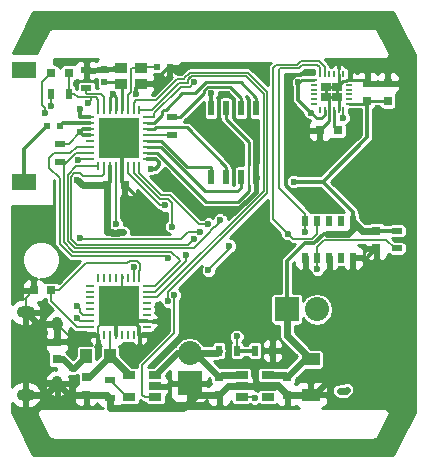
<source format=gtl>
G04 #@! TF.FileFunction,Copper,L1,Top,Signal*
%FSLAX46Y46*%
G04 Gerber Fmt 4.6, Leading zero omitted, Abs format (unit mm)*
G04 Created by KiCad (PCBNEW (2015-08-11 BZR 6084)-product) date Mi 23 Sep 2015 17:42:07 CEST*
%MOMM*%
G01*
G04 APERTURE LIST*
%ADD10C,0.100000*%
%ADD11R,0.750000X0.800000*%
%ADD12R,0.700000X0.250000*%
%ADD13R,0.250000X0.700000*%
%ADD14R,1.725000X1.725000*%
%ADD15R,2.032000X2.032000*%
%ADD16O,2.032000X2.032000*%
%ADD17R,0.600000X0.900000*%
%ADD18R,0.800000X0.750000*%
%ADD19R,0.500000X1.300000*%
%ADD20R,2.000000X1.400000*%
%ADD21R,1.600000X1.000000*%
%ADD22R,0.600000X0.500000*%
%ADD23R,0.500000X0.600000*%
%ADD24R,1.000000X1.250000*%
%ADD25O,0.950000X1.250000*%
%ADD26O,1.550000X1.000000*%
%ADD27R,0.900000X0.500000*%
%ADD28R,0.500000X0.900000*%
%ADD29R,1.060000X0.650000*%
%ADD30R,0.550000X0.200000*%
%ADD31R,0.200000X0.550000*%
%ADD32R,0.875000X0.800000*%
%ADD33R,1.100000X0.900000*%
%ADD34C,0.600000*%
%ADD35C,2.500000*%
%ADD36C,0.600000*%
%ADD37C,0.300000*%
%ADD38C,0.350000*%
%ADD39C,0.250000*%
%ADD40C,0.200000*%
%ADD41C,0.450000*%
%ADD42C,0.254000*%
G04 APERTURE END LIST*
D10*
D11*
X24250000Y-45750000D03*
X24250000Y-44250000D03*
D12*
X27100000Y-25250000D03*
X27100000Y-25750000D03*
X27100000Y-26250000D03*
X27100000Y-26750000D03*
X27100000Y-27250000D03*
X27100000Y-27750000D03*
X27100000Y-28250000D03*
X27100000Y-28750000D03*
D13*
X27750000Y-29400000D03*
X28250000Y-29400000D03*
X28750000Y-29400000D03*
X29250000Y-29400000D03*
X29750000Y-29400000D03*
X30250000Y-29400000D03*
X30750000Y-29400000D03*
X31250000Y-29400000D03*
D12*
X31900000Y-28750000D03*
X31900000Y-28250000D03*
X31900000Y-27750000D03*
X31900000Y-27250000D03*
X31900000Y-26750000D03*
X31900000Y-26250000D03*
X31900000Y-25750000D03*
X31900000Y-25250000D03*
D13*
X31250000Y-24600000D03*
X30750000Y-24600000D03*
X30250000Y-24600000D03*
X29750000Y-24600000D03*
X29250000Y-24600000D03*
X28750000Y-24600000D03*
X28250000Y-24600000D03*
X27750000Y-24600000D03*
D14*
X30362500Y-27862500D03*
X30362500Y-26137500D03*
X28637500Y-27862500D03*
X28637500Y-26137500D03*
D15*
X43726696Y-41500000D03*
D16*
X46266696Y-41500000D03*
D17*
X49300000Y-34050000D03*
X48300000Y-34050000D03*
X47300000Y-34050000D03*
X46300000Y-34050000D03*
X45300000Y-34050000D03*
X45300000Y-37150000D03*
X46300000Y-37150000D03*
X47300000Y-37150000D03*
X48300000Y-37150000D03*
X49300000Y-37150000D03*
D18*
X23800000Y-39900000D03*
X22300000Y-39900000D03*
D19*
X37295000Y-30321000D03*
X38565000Y-30321000D03*
X39835000Y-30321000D03*
X41105000Y-30321000D03*
X41105000Y-24479000D03*
X39835000Y-24479000D03*
X38565000Y-24479000D03*
X37295000Y-24479000D03*
D20*
X21500000Y-30750000D03*
X21500000Y-21250000D03*
D18*
X28500000Y-31000000D03*
X30000000Y-31000000D03*
D11*
X26750000Y-47250000D03*
X26750000Y-48750000D03*
X38000000Y-47250000D03*
X38000000Y-48750000D03*
D21*
X45750000Y-45750000D03*
X45750000Y-48750000D03*
D11*
X43750000Y-47250000D03*
X43750000Y-48750000D03*
D22*
X24550000Y-26000000D03*
X23450000Y-26000000D03*
D23*
X28250000Y-22300000D03*
X28250000Y-21200000D03*
D22*
X32700000Y-21000000D03*
X33800000Y-21000000D03*
D18*
X25250000Y-21500000D03*
X23750000Y-21500000D03*
D11*
X50520702Y-23848198D03*
X50520702Y-22348198D03*
X52270702Y-23848198D03*
X52270702Y-22348198D03*
D18*
X48020702Y-26348198D03*
X46520702Y-26348198D03*
D11*
X51300000Y-34850000D03*
X51300000Y-36350000D03*
D24*
X26750000Y-45500000D03*
X28750000Y-45500000D03*
D25*
X24312540Y-47750900D03*
X24312540Y-42750900D03*
D26*
X21612540Y-48750900D03*
X21612540Y-41750900D03*
D15*
X35500000Y-47750000D03*
D16*
X35500000Y-45210000D03*
D27*
X24500000Y-27500000D03*
X24500000Y-29000000D03*
X26750000Y-22750000D03*
X26750000Y-21250000D03*
X28750000Y-47500000D03*
X28750000Y-49000000D03*
D28*
X25250000Y-23250000D03*
X23750000Y-23250000D03*
D27*
X34000000Y-25250000D03*
X34000000Y-26750000D03*
D28*
X38000000Y-45000000D03*
X39500000Y-45000000D03*
X41000000Y-45000000D03*
X42500000Y-45000000D03*
D27*
X53050000Y-34850000D03*
X53050000Y-36350000D03*
D13*
X31250000Y-38850000D03*
X30750000Y-38850000D03*
X30250000Y-38850000D03*
X29750000Y-38850000D03*
X29250000Y-38850000D03*
X28750000Y-38850000D03*
X28250000Y-38850000D03*
X27750000Y-38850000D03*
D12*
X27100000Y-39500000D03*
X27100000Y-40000000D03*
X27100000Y-40500000D03*
X27100000Y-41000000D03*
X27100000Y-41500000D03*
X27100000Y-42000000D03*
X27100000Y-42500000D03*
X27100000Y-43000000D03*
D13*
X27750000Y-43650000D03*
X28250000Y-43650000D03*
X28750000Y-43650000D03*
X29250000Y-43650000D03*
X29750000Y-43650000D03*
X30250000Y-43650000D03*
X30750000Y-43650000D03*
X31250000Y-43650000D03*
D12*
X31900000Y-43000000D03*
X31900000Y-42500000D03*
X31900000Y-42000000D03*
X31900000Y-41500000D03*
X31900000Y-41000000D03*
X31900000Y-40500000D03*
X31900000Y-40000000D03*
X31900000Y-39500000D03*
D14*
X28637500Y-42112500D03*
X30362500Y-42112500D03*
X28637500Y-40387500D03*
X30362500Y-40387500D03*
D29*
X32600000Y-48950000D03*
X32600000Y-48000000D03*
X32600000Y-47050000D03*
X30400000Y-47050000D03*
X30400000Y-48950000D03*
D30*
X46020702Y-22098198D03*
X46020702Y-22498198D03*
X46020702Y-22898198D03*
X46020702Y-23298198D03*
X46020702Y-23698198D03*
X46020702Y-24098198D03*
D31*
X46520702Y-24598198D03*
X46920702Y-24598198D03*
X47320702Y-24598198D03*
X47720702Y-24598198D03*
X48120702Y-24598198D03*
X48520702Y-24598198D03*
D30*
X49020702Y-24098198D03*
X49020702Y-23698198D03*
X49020702Y-23298198D03*
X49020702Y-22898198D03*
X49020702Y-22498198D03*
X49020702Y-22098198D03*
D31*
X48520702Y-21598198D03*
X48120702Y-21598198D03*
X47720702Y-21598198D03*
X47320702Y-21598198D03*
X46920702Y-21598198D03*
X46520702Y-21598198D03*
D32*
X47955702Y-23498198D03*
X47955702Y-22698198D03*
X47085702Y-23498198D03*
X47085702Y-22698198D03*
D29*
X39900000Y-47050000D03*
X39900000Y-48000000D03*
X39900000Y-48950000D03*
X42100000Y-48950000D03*
X42100000Y-47050000D03*
D33*
X29650000Y-22400000D03*
X29650000Y-21100000D03*
X31350000Y-22400000D03*
X31350000Y-21100000D03*
D34*
X29900000Y-35000000D03*
X26250000Y-24520075D03*
X44700000Y-22300000D03*
X37300000Y-23200000D03*
X45773137Y-24850633D03*
X44300000Y-30700000D03*
X32200000Y-29600000D03*
X26000000Y-30520010D03*
X28998135Y-23257462D03*
X26250000Y-26500000D03*
X50500000Y-20900000D03*
D35*
X48052703Y-46736498D03*
D34*
X48600000Y-43400000D03*
X31190415Y-33500000D03*
X31200000Y-34300000D03*
X30362500Y-42112500D03*
X30362500Y-40387500D03*
X31000000Y-23257453D03*
X26800000Y-22000000D03*
X34662300Y-21520576D03*
X47085702Y-23498198D03*
X47900000Y-23500000D03*
X28600000Y-42200000D03*
X28600000Y-40400000D03*
X38550886Y-33350886D03*
X49400000Y-44200000D03*
X30850000Y-25571545D03*
X28050000Y-25534450D03*
X25500000Y-46500000D03*
X41000000Y-49000000D03*
X48500000Y-25300000D03*
X26900000Y-24000000D03*
X36400000Y-35000000D03*
X26179990Y-35500000D03*
X23229990Y-24857438D03*
X46300000Y-38100000D03*
X26000000Y-42250000D03*
X26000000Y-41250000D03*
X29300000Y-34300000D03*
X34200000Y-40300000D03*
X26026518Y-28879990D03*
X23750000Y-24250000D03*
X39500000Y-43800000D03*
X33700000Y-37180031D03*
X43800000Y-35100000D03*
X38113097Y-33922501D03*
X45300000Y-35000000D03*
X33442665Y-32700000D03*
X35167799Y-36867799D03*
X34000000Y-34500000D03*
X33679990Y-40809118D03*
X30800000Y-37900000D03*
X38873521Y-36140020D03*
X37092994Y-38207006D03*
X37086558Y-34289702D03*
X35900000Y-22300000D03*
X35890882Y-35520010D03*
D36*
X48200000Y-48400000D02*
X48700000Y-48400000D01*
X48700000Y-48400000D02*
X48800000Y-48300000D01*
D37*
X23450000Y-26000000D02*
X23400000Y-26000000D01*
X23400000Y-26000000D02*
X21500000Y-27900000D01*
X21500000Y-27900000D02*
X21500000Y-29750000D01*
X21500000Y-29750000D02*
X21500000Y-30750000D01*
D38*
X32200000Y-29600000D02*
X32624264Y-29600000D01*
X32624264Y-29600000D02*
X32900000Y-29324264D01*
X32900000Y-29324264D02*
X32900000Y-28993982D01*
X32900000Y-28993982D02*
X32656018Y-28750000D01*
X32656018Y-28750000D02*
X31900000Y-28750000D01*
X46043617Y-35915011D02*
X46870010Y-35088618D01*
X46870010Y-35088618D02*
X47100000Y-35088618D01*
D36*
X48936381Y-35088618D02*
X47100000Y-35088618D01*
D38*
X48936381Y-35088618D02*
X48936381Y-35213619D01*
D36*
X49300000Y-34050000D02*
X49300000Y-34724999D01*
X49300000Y-34724999D02*
X48936381Y-35088618D01*
X51300000Y-34850000D02*
X50100000Y-34850000D01*
X50100000Y-34850000D02*
X49300000Y-34050000D01*
D38*
X51300000Y-34850000D02*
X50575000Y-34850000D01*
X43726696Y-37424302D02*
X44414425Y-36736573D01*
X44414425Y-36736573D02*
X45076009Y-36074989D01*
X46043617Y-35915011D02*
X45235987Y-35915011D01*
X45235987Y-35915011D02*
X44414425Y-36736573D01*
D36*
X28500000Y-31000000D02*
X28500000Y-35000000D01*
X28500000Y-35000000D02*
X28934398Y-35000000D01*
X29455735Y-35020001D02*
X29475736Y-35000000D01*
X28934398Y-35000000D02*
X28954399Y-35020001D01*
X28954399Y-35020001D02*
X29455735Y-35020001D01*
X29475736Y-35000000D02*
X29900000Y-35000000D01*
X42100000Y-47050000D02*
X43550000Y-47050000D01*
X43550000Y-47050000D02*
X43750000Y-47250000D01*
X45750000Y-45750000D02*
X45250000Y-45750000D01*
X45250000Y-45750000D02*
X43750000Y-47250000D01*
X43726696Y-41500000D02*
X43726696Y-43726696D01*
X43726696Y-43726696D02*
X45750000Y-45750000D01*
X28500000Y-31000000D02*
X26479990Y-31000000D01*
X26479990Y-31000000D02*
X26000000Y-30520010D01*
D38*
X26250000Y-25250000D02*
X26250000Y-24520075D01*
X27100000Y-25250000D02*
X26250000Y-25250000D01*
X43726696Y-41500000D02*
X43726696Y-37424302D01*
D39*
X46020702Y-22098198D02*
X45001802Y-22098198D01*
X45001802Y-22098198D02*
X44800000Y-22300000D01*
X44800000Y-22300000D02*
X44700000Y-22300000D01*
D38*
X44700000Y-23777496D02*
X44700000Y-22300000D01*
X44700000Y-23777496D02*
X45773137Y-24850633D01*
X37295000Y-23205000D02*
X37300000Y-23200000D01*
X37295000Y-24479000D02*
X37295000Y-23205000D01*
X46750000Y-30700000D02*
X50520702Y-26929298D01*
X50520702Y-26929298D02*
X50520702Y-23848198D01*
D39*
X46270702Y-25348198D02*
X45773137Y-24850633D01*
X45773137Y-24850633D02*
X45270702Y-24348198D01*
D38*
X49300000Y-34050000D02*
X49300000Y-33250000D01*
X46750000Y-30700000D02*
X44300000Y-30700000D01*
X49300000Y-33250000D02*
X46750000Y-30700000D01*
D39*
X28750000Y-24600000D02*
X28750000Y-23505597D01*
X28750000Y-23505597D02*
X28998135Y-23257462D01*
X29250000Y-24600000D02*
X29250000Y-23509327D01*
X29250000Y-23509327D02*
X28998135Y-23257462D01*
X46920702Y-24598198D02*
X46920702Y-25014200D01*
X46920702Y-25014200D02*
X46586704Y-25348198D01*
X46586704Y-25348198D02*
X46270702Y-25348198D01*
X52270702Y-23848198D02*
X50520702Y-23848198D01*
X50520702Y-23848198D02*
X50270702Y-24098198D01*
X50270702Y-24098198D02*
X49020702Y-24098198D01*
D38*
X53050000Y-34850000D02*
X51300000Y-34850000D01*
D40*
X24500000Y-27500000D02*
X25250000Y-27500000D01*
X25250000Y-27500000D02*
X26250000Y-26500000D01*
D37*
X27100000Y-25250000D02*
X26750000Y-25250000D01*
X28750000Y-29400000D02*
X28750000Y-29861002D01*
X28750000Y-29400000D02*
X28750000Y-30750000D01*
X28750000Y-30750000D02*
X28500000Y-31000000D01*
X27100000Y-26750000D02*
X26500000Y-26750000D01*
X26500000Y-26750000D02*
X26250000Y-26500000D01*
X27100000Y-26250000D02*
X26500000Y-26250000D01*
X26500000Y-26250000D02*
X26250000Y-26500000D01*
D36*
X28800000Y-49900000D02*
X34966000Y-49900000D01*
X34966000Y-49900000D02*
X35500000Y-49366000D01*
X28750000Y-49000000D02*
X28750000Y-49850000D01*
X28750000Y-49850000D02*
X28800000Y-49900000D01*
D41*
X39297612Y-33350886D02*
X41105000Y-31543498D01*
X41105000Y-31543498D02*
X41105000Y-30321000D01*
X38550886Y-33350886D02*
X39297612Y-33350886D01*
D38*
X47300000Y-39000000D02*
X47500000Y-39200000D01*
X47500000Y-39200000D02*
X49200000Y-39200000D01*
X49200000Y-39200000D02*
X49300000Y-39100000D01*
X49300000Y-39100000D02*
X49300000Y-37150000D01*
D40*
X50520702Y-22348198D02*
X50520702Y-20920702D01*
X50520702Y-20920702D02*
X50500000Y-20900000D01*
D36*
X49400000Y-45400000D02*
X48052703Y-46736498D01*
X45750000Y-48750000D02*
X46039201Y-48750000D01*
X46039201Y-48750000D02*
X48052703Y-46736498D01*
D38*
X42300000Y-46200000D02*
X42500000Y-46000000D01*
X42500000Y-46000000D02*
X42500000Y-45000000D01*
X41500000Y-46200000D02*
X42300000Y-46200000D01*
X40999325Y-46700675D02*
X41500000Y-46200000D01*
X40999325Y-48000000D02*
X40999325Y-46700675D01*
X42500000Y-45200000D02*
X42500000Y-45000000D01*
D36*
X43000000Y-48000000D02*
X43278739Y-48278739D01*
X43278739Y-48278739D02*
X43750000Y-48750000D01*
X41000000Y-47999325D02*
X42999325Y-47999325D01*
X42999325Y-47999325D02*
X43278739Y-48278739D01*
X39900000Y-48000000D02*
X40999325Y-48000000D01*
X40999325Y-48000000D02*
X41000000Y-47999325D01*
X49400000Y-44200000D02*
X48600000Y-43400000D01*
X49400000Y-44200000D02*
X49400000Y-45400000D01*
X43750000Y-48750000D02*
X45750000Y-48750000D01*
X38000000Y-48750000D02*
X38750000Y-48000000D01*
X38750000Y-48000000D02*
X39900000Y-48000000D01*
X35500000Y-49366000D02*
X36116000Y-48750000D01*
X36116000Y-48750000D02*
X38000000Y-48750000D01*
X35170999Y-49695001D02*
X35500000Y-49366000D01*
X35500000Y-49366000D02*
X35500000Y-47750000D01*
X26750000Y-48750000D02*
X28500000Y-48750000D01*
X28500000Y-48750000D02*
X28750000Y-49000000D01*
X26750000Y-48750000D02*
X25311640Y-48750000D01*
X25311640Y-48750000D02*
X24312540Y-47750900D01*
X24250000Y-44250000D02*
X24250000Y-42813440D01*
X22612540Y-42750900D02*
X22295354Y-42433714D01*
X22295354Y-42433714D02*
X21612540Y-41750900D01*
X23000000Y-44500000D02*
X23000000Y-43138360D01*
X23000000Y-43138360D02*
X22295354Y-42433714D01*
X24312540Y-42750900D02*
X22612540Y-42750900D01*
X24250000Y-42813440D02*
X24312540Y-42750900D01*
X23000000Y-44500000D02*
X23250000Y-44250000D01*
X23250000Y-44250000D02*
X24250000Y-44250000D01*
X23000000Y-47513360D02*
X23000000Y-44500000D01*
X24312540Y-47750900D02*
X23237540Y-47750900D01*
X23237540Y-47750900D02*
X23000000Y-47513360D01*
X21612540Y-48750900D02*
X23312540Y-48750900D01*
X23312540Y-48750900D02*
X24312540Y-47750900D01*
D37*
X31200000Y-34300000D02*
X31200000Y-32175000D01*
X31200000Y-32175000D02*
X30025000Y-31000000D01*
X30025000Y-31000000D02*
X30000000Y-31000000D01*
X31000000Y-23257453D02*
X31000000Y-22750000D01*
X31000000Y-22750000D02*
X31350000Y-22400000D01*
X26750000Y-21250000D02*
X26750000Y-21950000D01*
X26750000Y-21950000D02*
X26800000Y-22000000D01*
D38*
X34662300Y-21520576D02*
X34320576Y-21520576D01*
X34320576Y-21520576D02*
X33800000Y-21000000D01*
X28637500Y-26137500D02*
X30362500Y-26137500D01*
X30362500Y-26137500D02*
X30362500Y-27862500D01*
X30850000Y-25571545D02*
X30850000Y-25650000D01*
X30850000Y-25650000D02*
X30362500Y-26137500D01*
X28637500Y-27862500D02*
X28637500Y-26137500D01*
X28637500Y-27862500D02*
X30362500Y-27862500D01*
X28050000Y-25534450D02*
X28050000Y-25550000D01*
X28050000Y-25550000D02*
X28637500Y-26137500D01*
X31900000Y-42500000D02*
X30750000Y-42500000D01*
X30750000Y-42500000D02*
X30362500Y-42112500D01*
D39*
X33800000Y-21000000D02*
X33750000Y-21000000D01*
X29750000Y-21100000D02*
X29650000Y-21100000D01*
D38*
X47300000Y-37150000D02*
X47300000Y-39000000D01*
X47300000Y-39000000D02*
X47100000Y-39200000D01*
X47100000Y-39200000D02*
X45500000Y-39200000D01*
X45500000Y-39200000D02*
X45300000Y-39000000D01*
X45300000Y-39000000D02*
X45300000Y-37950000D01*
X45300000Y-37950000D02*
X45300000Y-37150000D01*
X31250000Y-43650000D02*
X31250000Y-43000000D01*
X31250000Y-43000000D02*
X30362500Y-42112500D01*
X29250000Y-43650000D02*
X29250000Y-42725000D01*
X29250000Y-42725000D02*
X28637500Y-42112500D01*
D40*
X21612540Y-41750900D02*
X21612540Y-40562460D01*
X21612540Y-40562460D02*
X22275000Y-39900000D01*
X22275000Y-39900000D02*
X22300000Y-39900000D01*
D38*
X43750000Y-48725000D02*
X43750000Y-48750000D01*
X28637500Y-42112500D02*
X30362500Y-42112500D01*
X28637500Y-40387500D02*
X30362500Y-40387500D01*
X26800000Y-21200000D02*
X26750000Y-21250000D01*
D37*
X31350000Y-22400000D02*
X32400000Y-22400000D01*
X32400000Y-22400000D02*
X33200000Y-21600000D01*
X33200000Y-21600000D02*
X33200000Y-21550000D01*
X33200000Y-21550000D02*
X33750000Y-21000000D01*
D39*
X29650000Y-21100000D02*
X29950000Y-21100000D01*
X31250000Y-22400000D02*
X31350000Y-22400000D01*
X28250000Y-21200000D02*
X29550000Y-21200000D01*
X29550000Y-21200000D02*
X29650000Y-21100000D01*
X28250000Y-21200000D02*
X26800000Y-21200000D01*
X46520702Y-26348198D02*
X47320702Y-25548198D01*
X47320702Y-25548198D02*
X47320702Y-24598198D01*
X47320702Y-24598198D02*
X47320702Y-23733198D01*
X47320702Y-23733198D02*
X47085702Y-23498198D01*
X47955702Y-23498198D02*
X48120702Y-23663198D01*
X48120702Y-23663198D02*
X48120702Y-24598198D01*
X47085702Y-22698198D02*
X47085702Y-23498198D01*
X47955702Y-23498198D02*
X47955702Y-22698198D01*
X47085702Y-23498198D02*
X47955702Y-23498198D01*
X47955702Y-22698198D02*
X47085702Y-22698198D01*
X48120702Y-21598198D02*
X48120702Y-22533198D01*
X48120702Y-22533198D02*
X47955702Y-22698198D01*
X49020702Y-22098198D02*
X48836704Y-22098198D01*
X48836704Y-22098198D02*
X48781705Y-22153197D01*
X48781705Y-22153197D02*
X48500703Y-22153197D01*
X48500703Y-22153197D02*
X47955702Y-22698198D01*
X49020702Y-22098198D02*
X50270702Y-22098198D01*
X50270702Y-22098198D02*
X50520702Y-22348198D01*
X52270702Y-22348198D02*
X50520702Y-22348198D01*
D38*
X47300000Y-37150000D02*
X47300000Y-37431002D01*
X49300000Y-37431002D02*
X49300000Y-37150000D01*
X45300000Y-37150000D02*
X45300000Y-37431002D01*
X49300000Y-37150000D02*
X50500000Y-37150000D01*
X50500000Y-37150000D02*
X51300000Y-36350000D01*
D37*
X29750000Y-29400000D02*
X29750000Y-28475000D01*
X29750000Y-28475000D02*
X30362500Y-27862500D01*
X30000000Y-31000000D02*
X29750000Y-30750000D01*
X29750000Y-30750000D02*
X29750000Y-29400000D01*
D40*
X29550000Y-21450000D02*
X29650000Y-21350000D01*
X27750000Y-43650000D02*
X27750000Y-43000000D01*
X27750000Y-43000000D02*
X28637500Y-42112500D01*
X27750000Y-43650000D02*
X25211640Y-43650000D01*
X25211640Y-43650000D02*
X24312540Y-42750900D01*
X29750000Y-38850000D02*
X29750000Y-39775000D01*
X29750000Y-39775000D02*
X30362500Y-40387500D01*
X24312540Y-47750900D02*
X24312540Y-48062540D01*
X32600000Y-48000000D02*
X35250000Y-48000000D01*
X35250000Y-48000000D02*
X35500000Y-47750000D01*
X35500000Y-47750000D02*
X36000000Y-47750000D01*
X38000000Y-48750000D02*
X38250000Y-48750000D01*
X31250000Y-38850000D02*
X31250000Y-38219602D01*
X31250000Y-38219602D02*
X31320001Y-38149601D01*
X31049601Y-37379999D02*
X30420001Y-37379999D01*
X31320001Y-38149601D02*
X31320001Y-37650399D01*
X31320001Y-37650399D02*
X31049601Y-37379999D01*
X30420001Y-37379999D02*
X30179999Y-37620001D01*
X30179999Y-37620001D02*
X26720001Y-37620001D01*
X26720001Y-37620001D02*
X26700000Y-37600000D01*
X26700000Y-37600000D02*
X24400000Y-39900000D01*
X24400000Y-39900000D02*
X23800000Y-39900000D01*
X27100000Y-43000000D02*
X25980398Y-43000000D01*
X25980398Y-43000000D02*
X23800000Y-40819602D01*
X23800000Y-40819602D02*
X23800000Y-40475000D01*
X23800000Y-40475000D02*
X23800000Y-39900000D01*
D36*
X25500000Y-46500000D02*
X25750000Y-46500000D01*
X25750000Y-46500000D02*
X26750000Y-45500000D01*
X24250000Y-45750000D02*
X24750000Y-45750000D01*
X24750000Y-45750000D02*
X25500000Y-46500000D01*
D40*
X26500000Y-45500000D02*
X26750000Y-45500000D01*
D36*
X28750000Y-45500000D02*
X28850000Y-45500000D01*
X28850000Y-45500000D02*
X30400000Y-47050000D01*
X26750000Y-47250000D02*
X27000000Y-47250000D01*
X27000000Y-47250000D02*
X28750000Y-45500000D01*
D40*
X28750000Y-43650000D02*
X28750000Y-45500000D01*
X30400000Y-47050000D02*
X30300000Y-47050000D01*
D36*
X39900000Y-47050000D02*
X38200000Y-47050000D01*
X38200000Y-47050000D02*
X38000000Y-47250000D01*
X35500000Y-45210000D02*
X35960000Y-45210000D01*
X35960000Y-45210000D02*
X38000000Y-47250000D01*
X35500000Y-45210000D02*
X37790000Y-45210000D01*
X37790000Y-45210000D02*
X38000000Y-45000000D01*
X32600000Y-47050000D02*
X34440000Y-45210000D01*
X34440000Y-45210000D02*
X35500000Y-45210000D01*
D38*
X36010000Y-45210000D02*
X35500000Y-45210000D01*
X38000000Y-47250000D02*
X38000000Y-47225000D01*
D40*
X39900000Y-48950000D02*
X40950000Y-48950000D01*
X40950000Y-48950000D02*
X41000000Y-49000000D01*
X39900000Y-48950000D02*
X39900000Y-49100000D01*
X38000000Y-47250000D02*
X38000000Y-47000000D01*
X36210000Y-45210000D02*
X35500000Y-45210000D01*
X38000000Y-47250000D02*
X37750000Y-47250000D01*
X38000000Y-47250000D02*
X38250000Y-47250000D01*
D37*
X24550000Y-26000000D02*
X24800000Y-25750000D01*
X24800000Y-25750000D02*
X27100000Y-25750000D01*
D39*
X29750000Y-24600000D02*
X29750000Y-22500000D01*
X29750000Y-22500000D02*
X29650000Y-22400000D01*
X28250000Y-22300000D02*
X29550000Y-22300000D01*
X29550000Y-22300000D02*
X29650000Y-22400000D01*
D40*
X29550000Y-22550000D02*
X29650000Y-22650000D01*
X29750000Y-22750000D02*
X29650000Y-22650000D01*
X30500000Y-23100000D02*
X30500000Y-21710505D01*
X30500000Y-21710505D02*
X30500000Y-21600000D01*
X31350000Y-21100000D02*
X30600000Y-21100000D01*
X30600000Y-21100000D02*
X30500000Y-21200000D01*
X30500000Y-21200000D02*
X30500000Y-21710505D01*
X30250000Y-23350000D02*
X30500000Y-23100000D01*
X30250000Y-24600000D02*
X30250000Y-23350000D01*
X32700000Y-21000000D02*
X31450000Y-21000000D01*
X31450000Y-21000000D02*
X31350000Y-21100000D01*
D39*
X31208998Y-21100000D02*
X31350000Y-21100000D01*
D40*
X48500000Y-25300000D02*
X48500000Y-24618900D01*
X48500000Y-24618900D02*
X48520702Y-24598198D01*
X27111890Y-23570010D02*
X26070010Y-23570010D01*
X27570010Y-23570010D02*
X27111890Y-23570010D01*
X27111890Y-23570010D02*
X27111890Y-23788110D01*
X27111890Y-23788110D02*
X26900000Y-24000000D01*
X25250000Y-23250000D02*
X25250000Y-21500000D01*
X27750000Y-24600000D02*
X27750000Y-23750000D01*
X27750000Y-23750000D02*
X27570010Y-23570010D01*
X26070010Y-23570010D02*
X25750000Y-23250000D01*
X25750000Y-23250000D02*
X25250000Y-23250000D01*
X23229990Y-24857438D02*
X23229990Y-24433174D01*
X23229990Y-24433174D02*
X23000000Y-24203184D01*
X23000000Y-24203184D02*
X23000000Y-22225000D01*
X23750000Y-21500000D02*
X23725000Y-21500000D01*
X23725000Y-21500000D02*
X23000000Y-22225000D01*
X46908628Y-35608628D02*
X51150090Y-35608628D01*
X51150090Y-35608628D02*
X51658628Y-35608628D01*
X52108628Y-35608628D02*
X51150090Y-35608628D01*
X53050000Y-36350000D02*
X52850000Y-36350000D01*
X52850000Y-36350000D02*
X52108628Y-35608628D01*
X46300000Y-37150000D02*
X46300000Y-36217256D01*
X46300000Y-36217256D02*
X46908628Y-35608628D01*
X34980110Y-35358716D02*
X35338826Y-35000000D01*
X35338826Y-35000000D02*
X36400000Y-35000000D01*
X34516828Y-35590011D02*
X34748815Y-35590011D01*
X34748815Y-35590011D02*
X34980110Y-35358716D01*
X34516828Y-35590011D02*
X26270001Y-35590011D01*
X26270001Y-35590011D02*
X26179990Y-35500000D01*
X46300000Y-37150000D02*
X46300000Y-38100000D01*
X46300000Y-37000000D02*
X46300000Y-37150000D01*
D39*
X48020702Y-26348198D02*
X47720702Y-26048198D01*
X47720702Y-26048198D02*
X47720702Y-24598198D01*
D40*
X26250000Y-42500000D02*
X27100000Y-42500000D01*
X26000000Y-42250000D02*
X26250000Y-42500000D01*
X27100000Y-42000000D02*
X26500000Y-42000000D01*
X26250000Y-41500000D02*
X26000000Y-41250000D01*
X26250000Y-41750000D02*
X26250000Y-41500000D01*
X26500000Y-42000000D02*
X26250000Y-41750000D01*
X28000000Y-23250000D02*
X26800000Y-23250000D01*
X28250000Y-24600000D02*
X28250000Y-23500000D01*
X28250000Y-23500000D02*
X28000000Y-23250000D01*
X26800000Y-23250000D02*
X26750000Y-23200000D01*
X26750000Y-23200000D02*
X26750000Y-22750000D01*
X26950000Y-22750000D02*
X26750000Y-22750000D01*
X29250000Y-34125736D02*
X29250000Y-34250000D01*
X29250000Y-34250000D02*
X29300000Y-34300000D01*
X34200000Y-43300000D02*
X34200000Y-42971085D01*
X34200000Y-42971085D02*
X34200000Y-40300000D01*
X32600000Y-48950000D02*
X31700000Y-48950000D01*
X31500000Y-46200000D02*
X34200000Y-43500000D01*
X31700000Y-48950000D02*
X31500000Y-48750000D01*
X31500000Y-48750000D02*
X31500000Y-46200000D01*
X34200000Y-43500000D02*
X34200000Y-42971085D01*
X29250000Y-29400000D02*
X29250000Y-33174388D01*
X29250000Y-33174388D02*
X29250000Y-33450000D01*
X29250000Y-34125736D02*
X29250000Y-33174388D01*
X30400000Y-48950000D02*
X30200000Y-48950000D01*
X30200000Y-48950000D02*
X28750000Y-47500000D01*
X26250000Y-28750000D02*
X26156508Y-28750000D01*
X26156508Y-28750000D02*
X26026518Y-28879990D01*
X27100000Y-28750000D02*
X26250000Y-28750000D01*
X23750000Y-24250000D02*
X23750000Y-23250000D01*
D39*
X37038399Y-22654999D02*
X38084279Y-22654999D01*
X38084279Y-22654999D02*
X38410999Y-22654999D01*
X39835000Y-24479000D02*
X39835000Y-23579000D01*
X39835000Y-23579000D02*
X38910999Y-22654999D01*
X38910999Y-22654999D02*
X38084279Y-22654999D01*
X34000000Y-25250000D02*
X34700000Y-25250000D01*
X34700000Y-25250000D02*
X36754999Y-23195001D01*
X36754999Y-23195001D02*
X36754999Y-22938399D01*
X36754999Y-22938399D02*
X37038399Y-22654999D01*
X39835000Y-24079000D02*
X39835000Y-24479000D01*
D40*
X31900000Y-26750000D02*
X34000000Y-26750000D01*
X39500000Y-43800000D02*
X39500000Y-45000000D01*
X31980031Y-36980031D02*
X33500000Y-36980031D01*
X33500000Y-36980031D02*
X33700000Y-37180031D01*
X27100000Y-27750000D02*
X25947438Y-27750000D01*
X25947438Y-27750000D02*
X25397438Y-28300000D01*
X25397438Y-28300000D02*
X24000000Y-28300000D01*
X23600000Y-29500000D02*
X24500000Y-30400000D01*
X24500000Y-30400000D02*
X24500000Y-35947298D01*
X24000000Y-28300000D02*
X23600000Y-28700000D01*
X23600000Y-28700000D02*
X23600000Y-29500000D01*
X24500000Y-35947298D02*
X25532732Y-36980030D01*
X25532732Y-36980030D02*
X31980031Y-36980031D01*
X39500000Y-44500000D02*
X39500000Y-45000000D01*
D37*
X39500000Y-45000000D02*
X41000000Y-45000000D01*
D40*
X36353593Y-35816009D02*
X36973739Y-35195863D01*
X44900000Y-20500000D02*
X46452563Y-20500001D01*
X46920702Y-21123198D02*
X46920702Y-21598198D01*
X46452563Y-20500001D02*
X46920702Y-20968140D01*
X46920702Y-20968140D02*
X46920702Y-21123198D01*
X42579999Y-33879999D02*
X43800000Y-35100000D01*
X44900000Y-20500000D02*
X44620001Y-20779999D01*
X42579999Y-21050399D02*
X42579999Y-33879999D01*
X44620001Y-20779999D02*
X42850399Y-20779999D01*
X42850399Y-20779999D02*
X42579999Y-21050399D01*
X46300000Y-35100000D02*
X45879999Y-35520001D01*
X45879999Y-35520001D02*
X44220001Y-35520001D01*
X44220001Y-35520001D02*
X43800000Y-35100000D01*
X25159990Y-31451782D02*
X25159990Y-35478902D01*
X25797837Y-36340011D02*
X25159990Y-35702164D01*
X25159990Y-35702164D02*
X25159990Y-35478902D01*
X25797837Y-36340011D02*
X35829591Y-36340011D01*
X36973739Y-35195863D02*
X37600000Y-34569602D01*
X35829591Y-36340011D02*
X36973739Y-35195863D01*
X36029591Y-36140011D02*
X36353593Y-35816009D01*
X35929592Y-36240010D02*
X36353593Y-35816009D01*
X37630398Y-34569602D02*
X38113097Y-34086903D01*
X37600000Y-34569602D02*
X37630398Y-34569602D01*
X38113097Y-34086903D02*
X38113097Y-33922501D01*
X27750000Y-29400000D02*
X25897846Y-29400000D01*
X25897846Y-29400000D02*
X25159989Y-30137857D01*
X25159989Y-30137857D02*
X25159990Y-31451782D01*
X46300000Y-35100000D02*
X46300000Y-34050000D01*
X46300000Y-33900000D02*
X46300000Y-34050000D01*
X45032552Y-20820010D02*
X45990398Y-20820010D01*
X46320010Y-20820010D02*
X45990398Y-20820010D01*
X45990398Y-20820010D02*
X46200000Y-20820010D01*
X46520702Y-21020702D02*
X46320010Y-20820010D01*
X46520702Y-21598198D02*
X46520702Y-21020702D01*
X44752554Y-21100008D02*
X45032552Y-20820010D01*
X43100000Y-21200000D02*
X43199991Y-21100009D01*
X43199991Y-21100009D02*
X44752554Y-21100008D01*
X43100000Y-21300000D02*
X43100000Y-21200000D01*
X45300000Y-35000000D02*
X45300000Y-34050000D01*
X30250000Y-29400000D02*
X30250000Y-29950000D01*
X30250000Y-29950000D02*
X33000000Y-32700000D01*
X33000000Y-32700000D02*
X33442665Y-32700000D01*
X45300000Y-34050000D02*
X45300000Y-33400000D01*
X45300000Y-33400000D02*
X43100000Y-31200000D01*
X43100000Y-31200000D02*
X43100000Y-21300000D01*
X30750000Y-29950000D02*
X32979999Y-32179999D01*
X32979999Y-32179999D02*
X33692266Y-32179999D01*
X33692266Y-32179999D02*
X34000000Y-32487733D01*
X31900000Y-40000000D02*
X32552562Y-40000000D01*
X32552562Y-40000000D02*
X35167799Y-37384763D01*
X35167799Y-37384763D02*
X35167799Y-36867799D01*
X35200000Y-37071002D02*
X35200000Y-36800000D01*
X33830832Y-32318565D02*
X33962666Y-32450399D01*
X34000000Y-34500000D02*
X34000000Y-32487733D01*
X34000000Y-32487733D02*
X33830832Y-32318565D01*
X30750000Y-29400000D02*
X30750000Y-29950000D01*
X30750000Y-29950000D02*
X30797438Y-29997438D01*
D39*
X36900000Y-32400000D02*
X38517228Y-32400000D01*
X38517228Y-32400000D02*
X39084580Y-32400000D01*
X39583804Y-32400000D02*
X38517228Y-32400000D01*
X40500000Y-31483804D02*
X39583804Y-32400000D01*
X40500000Y-31019934D02*
X40500000Y-31483804D01*
X40500000Y-29300000D02*
X40500000Y-27597647D01*
X38565000Y-24479000D02*
X38565000Y-25379000D01*
X38565000Y-25379000D02*
X40500000Y-27314000D01*
X40500000Y-27314000D02*
X40500000Y-27597647D01*
D40*
X40500000Y-29500000D02*
X40500000Y-29300000D01*
X40500000Y-31019934D02*
X40500000Y-29500000D01*
X39084580Y-32400000D02*
X39119934Y-32400000D01*
D39*
X31900000Y-28250000D02*
X32750000Y-28250000D01*
X32750000Y-28250000D02*
X36900000Y-32400000D01*
X38565000Y-24879000D02*
X38565000Y-24479000D01*
X39835000Y-30321000D02*
X39835000Y-31197018D01*
X39835000Y-31197018D02*
X39532018Y-31500000D01*
X39532018Y-31500000D02*
X36800000Y-31500000D01*
X36800000Y-31500000D02*
X33050000Y-27750000D01*
X33050000Y-27750000D02*
X32500000Y-27750000D01*
X32500000Y-27750000D02*
X31900000Y-27750000D01*
X32673272Y-27750000D02*
X32500000Y-27750000D01*
X39835000Y-30721000D02*
X39835000Y-30321000D01*
X39835000Y-29921000D02*
X39835000Y-30321000D01*
X37295000Y-30321000D02*
X37295000Y-29421000D01*
X37295000Y-29421000D02*
X35244272Y-29421000D01*
X35244272Y-29421000D02*
X33073272Y-27250000D01*
X33073272Y-27250000D02*
X31900000Y-27250000D01*
X37295000Y-29921000D02*
X37295000Y-30321000D01*
X31900000Y-26250000D02*
X32500000Y-26250000D01*
X32500000Y-26250000D02*
X32650000Y-26100000D01*
X32650000Y-26100000D02*
X35244000Y-26100000D01*
X35244000Y-26100000D02*
X38565000Y-29421000D01*
X38565000Y-29421000D02*
X38565000Y-30321000D01*
X38565000Y-29921000D02*
X38565000Y-30321000D01*
X36885136Y-22284989D02*
X39074166Y-22284989D01*
X39074166Y-22284989D02*
X39310989Y-22284989D01*
X41105000Y-24479000D02*
X41105000Y-23579000D01*
X41105000Y-23579000D02*
X39810989Y-22284989D01*
X39810989Y-22284989D02*
X39074166Y-22284989D01*
X31900000Y-25750000D02*
X32500000Y-25750000D01*
X33500000Y-24600000D02*
X34874394Y-23225606D01*
X32500000Y-25750000D02*
X33200000Y-25050000D01*
X33200000Y-25050000D02*
X33200000Y-24700000D01*
X35944519Y-23225606D02*
X36885136Y-22284989D01*
X33200000Y-24700000D02*
X33300000Y-24600000D01*
X34874394Y-23225606D02*
X35944519Y-23225606D01*
X33300000Y-24600000D02*
X33500000Y-24600000D01*
X41105000Y-24079000D02*
X41105000Y-24479000D01*
X31900000Y-25750000D02*
X32358998Y-25750000D01*
D40*
X35613232Y-21817166D02*
X35650399Y-21779999D01*
X41762458Y-23262458D02*
X40279999Y-21779999D01*
X35650399Y-21779999D02*
X35568180Y-21862218D01*
X40279999Y-21779999D02*
X35650399Y-21779999D01*
X35568180Y-21862218D02*
X35613232Y-21817166D01*
X41762458Y-23840456D02*
X41762458Y-23262458D01*
X32777836Y-40500000D02*
X31900000Y-40500000D01*
X41762458Y-23840456D02*
X41762458Y-31515378D01*
X41762458Y-31515378D02*
X32777836Y-40500000D01*
X35490419Y-21939979D02*
X35568180Y-21862218D01*
X31250000Y-24600000D02*
X32322438Y-24600000D01*
X32322438Y-24600000D02*
X34561843Y-22360595D01*
X35379999Y-22050399D02*
X35568180Y-21862218D01*
X34561843Y-22360595D02*
X35339405Y-22360595D01*
X35339405Y-22360595D02*
X35379999Y-22320001D01*
X35379999Y-22320001D02*
X35379999Y-22050399D01*
X34618399Y-22040585D02*
X35059415Y-22040585D01*
X35059415Y-22040585D02*
X35059989Y-22040011D01*
X35059989Y-22040011D02*
X35059989Y-21917847D01*
X35059989Y-21917847D02*
X35517846Y-21459990D01*
X35517846Y-21459990D02*
X40412552Y-21459990D01*
X40412552Y-21459990D02*
X42082468Y-23129906D01*
X42082468Y-23129906D02*
X42082468Y-31647930D01*
X42082468Y-31647930D02*
X41465362Y-32265036D01*
X33679999Y-40050399D02*
X41465362Y-32265036D01*
X41465362Y-32265036D02*
X41730398Y-32000000D01*
X41895011Y-31835387D02*
X41465362Y-32265036D01*
X33679990Y-40809118D02*
X33679999Y-40809109D01*
X33679999Y-40809109D02*
X33679999Y-40050399D01*
X32669876Y-23800000D02*
X34429291Y-22040585D01*
X34618399Y-22040585D02*
X34429290Y-22040586D01*
X31000000Y-23800000D02*
X32669876Y-23800000D01*
X34429291Y-22040585D02*
X34618399Y-22040585D01*
X30750000Y-24050000D02*
X31000000Y-23800000D01*
X30750000Y-24050000D02*
X30750000Y-24600000D01*
X30750000Y-38850000D02*
X30750000Y-37950000D01*
X30750000Y-37950000D02*
X30800000Y-37900000D01*
X26134070Y-36660021D02*
X32983728Y-36660021D01*
X31900000Y-39500000D02*
X32600000Y-39500000D01*
X32600000Y-39500000D02*
X34647798Y-37452202D01*
X34647798Y-37452202D02*
X34647798Y-37358227D01*
X34647798Y-37358227D02*
X33949592Y-36660021D01*
X33949592Y-36660021D02*
X32983728Y-36660021D01*
X26134070Y-36660021D02*
X25665284Y-36660020D01*
X24839981Y-35834717D02*
X25665285Y-36660021D01*
X25665285Y-36660021D02*
X26134070Y-36660021D01*
X25480349Y-28669651D02*
X24839980Y-29310020D01*
X24839980Y-29310020D02*
X24839981Y-35834717D01*
X25150000Y-29000000D02*
X25480349Y-28669651D01*
X25480349Y-28669651D02*
X25920001Y-28229999D01*
X31900000Y-39500000D02*
X32125000Y-39500000D01*
X24500000Y-29000000D02*
X25150000Y-29000000D01*
X25920001Y-28229999D02*
X26529999Y-28229999D01*
X26529999Y-28229999D02*
X26550000Y-28250000D01*
X26550000Y-28250000D02*
X27100000Y-28250000D01*
X31250000Y-29997438D02*
X33112551Y-31859989D01*
X33112551Y-31859989D02*
X33824818Y-31859989D01*
X33824818Y-31859989D02*
X36254531Y-34289702D01*
X31250000Y-29400000D02*
X31250000Y-29997438D01*
X37092994Y-38207006D02*
X38873521Y-36426479D01*
X38873521Y-36426479D02*
X38873521Y-36140020D01*
X37086558Y-34289702D02*
X36254531Y-34289702D01*
X31250000Y-29625000D02*
X31250000Y-29400000D01*
X35075719Y-22680605D02*
X35519395Y-22680605D01*
X32512084Y-25250000D02*
X32512084Y-24899999D01*
X32512084Y-24899999D02*
X34731478Y-22680605D01*
X34731478Y-22680605D02*
X35075719Y-22680605D01*
X31900000Y-25250000D02*
X32512084Y-25250000D01*
X35519395Y-22680605D02*
X35900000Y-22300000D01*
X31900000Y-25250000D02*
X32125000Y-25250000D01*
X25479999Y-32050508D02*
X25479999Y-35569611D01*
X25479999Y-35569611D02*
X25930389Y-36020001D01*
X35390891Y-36020001D02*
X35890882Y-35520010D01*
X25930389Y-36020001D02*
X35390891Y-36020001D01*
X35767099Y-35643793D02*
X35890882Y-35520010D01*
X25479999Y-31056397D02*
X25479999Y-32050508D01*
X25479999Y-32050508D02*
X25479999Y-32579999D01*
X28250000Y-29400000D02*
X28250000Y-30050000D01*
X25479999Y-30270409D02*
X25479999Y-31056397D01*
X28250000Y-30050000D02*
X28100000Y-30200000D01*
X28100000Y-30200000D02*
X26449592Y-30200000D01*
X26449592Y-30200000D02*
X26249601Y-30000009D01*
X26249601Y-30000009D02*
X25750399Y-30000009D01*
X25750399Y-30000009D02*
X25479999Y-30270409D01*
X25479999Y-31056397D02*
X25479999Y-31319229D01*
D42*
G36*
X54568000Y-20001982D02*
X54568000Y-50198018D01*
X52733009Y-53868000D01*
X22266991Y-53868000D01*
X20432000Y-50198018D01*
X20432000Y-49436837D01*
X20445172Y-49463663D01*
X20785862Y-49750902D01*
X21210540Y-49885900D01*
X21485540Y-49885900D01*
X21485540Y-48877900D01*
X21739540Y-48877900D01*
X21739540Y-49885900D01*
X22014540Y-49885900D01*
X22439218Y-49750902D01*
X22779908Y-49463663D01*
X22981659Y-49052774D01*
X22969377Y-49035750D01*
X25740000Y-49035750D01*
X25740000Y-49276309D01*
X25836673Y-49509698D01*
X26015301Y-49688327D01*
X26248690Y-49785000D01*
X26464250Y-49785000D01*
X26623000Y-49626250D01*
X26623000Y-48877000D01*
X25898750Y-48877000D01*
X25740000Y-49035750D01*
X22969377Y-49035750D01*
X22855494Y-48877900D01*
X21739540Y-48877900D01*
X21485540Y-48877900D01*
X21465540Y-48877900D01*
X21465540Y-48623900D01*
X21485540Y-48623900D01*
X21485540Y-47615900D01*
X21739540Y-47615900D01*
X21739540Y-48623900D01*
X22855494Y-48623900D01*
X22981659Y-48449026D01*
X22786731Y-48052031D01*
X23211311Y-48052031D01*
X23352972Y-48461949D01*
X23640719Y-48786452D01*
X24014602Y-48970168D01*
X24185540Y-48843634D01*
X24185540Y-47877900D01*
X24439540Y-47877900D01*
X24439540Y-48843634D01*
X24610478Y-48970168D01*
X24984361Y-48786452D01*
X25272108Y-48461949D01*
X25413769Y-48052031D01*
X25265103Y-47877900D01*
X24439540Y-47877900D01*
X24185540Y-47877900D01*
X23359977Y-47877900D01*
X23211311Y-48052031D01*
X22786731Y-48052031D01*
X22779908Y-48038137D01*
X22439218Y-47750898D01*
X22014540Y-47615900D01*
X21739540Y-47615900D01*
X21485540Y-47615900D01*
X21210540Y-47615900D01*
X20785862Y-47750898D01*
X20445172Y-48038137D01*
X20432000Y-48064963D01*
X20432000Y-43052031D01*
X23211311Y-43052031D01*
X23352972Y-43461949D01*
X23358637Y-43468338D01*
X23336673Y-43490302D01*
X23240000Y-43723691D01*
X23240000Y-43964250D01*
X23398750Y-44123000D01*
X24123000Y-44123000D01*
X24123000Y-43889928D01*
X24185540Y-43843634D01*
X24185540Y-42877900D01*
X23359977Y-42877900D01*
X23211311Y-43052031D01*
X20432000Y-43052031D01*
X20432000Y-42436837D01*
X20445172Y-42463663D01*
X20785862Y-42750902D01*
X21210540Y-42885900D01*
X21485540Y-42885900D01*
X21485540Y-41877900D01*
X21739540Y-41877900D01*
X21739540Y-42885900D01*
X22014540Y-42885900D01*
X22439218Y-42750902D01*
X22779908Y-42463663D01*
X22981659Y-42052774D01*
X22855494Y-41877900D01*
X21739540Y-41877900D01*
X21485540Y-41877900D01*
X21465540Y-41877900D01*
X21465540Y-41623900D01*
X21485540Y-41623900D01*
X21485540Y-41603900D01*
X21739540Y-41603900D01*
X21739540Y-41623900D01*
X22855494Y-41623900D01*
X22981659Y-41449026D01*
X22779908Y-41038137D01*
X22627927Y-40910000D01*
X22826309Y-40910000D01*
X23059698Y-40813327D01*
X23238327Y-40634699D01*
X23250624Y-40605012D01*
X23258386Y-40610316D01*
X23343000Y-40627451D01*
X23343000Y-40819602D01*
X23377787Y-40994489D01*
X23476852Y-41142750D01*
X23914783Y-41580681D01*
X23640719Y-41715348D01*
X23352972Y-42039851D01*
X23211311Y-42449769D01*
X23359977Y-42623900D01*
X24185540Y-42623900D01*
X24185540Y-42603900D01*
X24439540Y-42603900D01*
X24439540Y-42623900D01*
X24459540Y-42623900D01*
X24459540Y-42877900D01*
X24439540Y-42877900D01*
X24439540Y-43311210D01*
X24377000Y-43373750D01*
X24377000Y-44123000D01*
X25101250Y-44123000D01*
X25260000Y-43964250D01*
X25260000Y-43723691D01*
X25189957Y-43554593D01*
X25272108Y-43461949D01*
X25406672Y-43072569D01*
X25657248Y-43323145D01*
X25657250Y-43323148D01*
X25805512Y-43422213D01*
X25980398Y-43457000D01*
X26603533Y-43457000D01*
X26608386Y-43460316D01*
X26750000Y-43488994D01*
X27114744Y-43488994D01*
X27148750Y-43523000D01*
X27438654Y-43523000D01*
X27648690Y-43610000D01*
X27761006Y-43610000D01*
X27761006Y-44000000D01*
X27785899Y-44132296D01*
X27812500Y-44173635D01*
X27812500Y-44476250D01*
X27971250Y-44635000D01*
X27981908Y-44635000D01*
X27914684Y-44733386D01*
X27886006Y-44875000D01*
X27886006Y-45434856D01*
X27613994Y-45706868D01*
X27613994Y-44875000D01*
X27589101Y-44742704D01*
X27519795Y-44635000D01*
X27528750Y-44635000D01*
X27687500Y-44476250D01*
X27687500Y-43777000D01*
X27148750Y-43777000D01*
X26990000Y-43935750D01*
X26990000Y-44126309D01*
X27086673Y-44359698D01*
X27237980Y-44511006D01*
X26250000Y-44511006D01*
X26117704Y-44535899D01*
X25996198Y-44614086D01*
X25914684Y-44733386D01*
X25886006Y-44875000D01*
X25886006Y-45434856D01*
X25625000Y-45695862D01*
X25214569Y-45285431D01*
X25018563Y-45154463D01*
X25163327Y-45009698D01*
X25260000Y-44776309D01*
X25260000Y-44535750D01*
X25101250Y-44377000D01*
X24377000Y-44377000D01*
X24377000Y-44397000D01*
X24123000Y-44397000D01*
X24123000Y-44377000D01*
X23398750Y-44377000D01*
X23240000Y-44535750D01*
X23240000Y-44776309D01*
X23336673Y-45009698D01*
X23515301Y-45188327D01*
X23544988Y-45200624D01*
X23539684Y-45208386D01*
X23511006Y-45350000D01*
X23511006Y-46150000D01*
X23535899Y-46282296D01*
X23614086Y-46403802D01*
X23733386Y-46485316D01*
X23875000Y-46513994D01*
X24185538Y-46513994D01*
X24185538Y-46658165D01*
X24014602Y-46531632D01*
X23640719Y-46715348D01*
X23352972Y-47039851D01*
X23211311Y-47449769D01*
X23359977Y-47623900D01*
X24185540Y-47623900D01*
X24185540Y-47603900D01*
X24439540Y-47603900D01*
X24439540Y-47623900D01*
X25265103Y-47623900D01*
X25413769Y-47449769D01*
X25303139Y-47129645D01*
X25368741Y-47156885D01*
X25499997Y-47156999D01*
X25500000Y-47157000D01*
X25500573Y-47157000D01*
X25630112Y-47157113D01*
X25630385Y-47157000D01*
X25750000Y-47157000D01*
X26001423Y-47106989D01*
X26011006Y-47100586D01*
X26011006Y-47650000D01*
X26035899Y-47782296D01*
X26046490Y-47798754D01*
X26015301Y-47811673D01*
X25836673Y-47990302D01*
X25740000Y-48223691D01*
X25740000Y-48464250D01*
X25898750Y-48623000D01*
X26623000Y-48623000D01*
X26623000Y-48603000D01*
X26877000Y-48603000D01*
X26877000Y-48623000D01*
X26897000Y-48623000D01*
X26897000Y-48877000D01*
X26877000Y-48877000D01*
X26877000Y-49626250D01*
X27035750Y-49785000D01*
X27251310Y-49785000D01*
X27484699Y-49688327D01*
X27663327Y-49509698D01*
X27691789Y-49440984D01*
X27761673Y-49609698D01*
X27940301Y-49788327D01*
X28132648Y-49868000D01*
X23000000Y-49868000D01*
X22984776Y-49871028D01*
X22969376Y-49869087D01*
X22902592Y-49887376D01*
X22834681Y-49900884D01*
X22821776Y-49909507D01*
X22806804Y-49913607D01*
X22752101Y-49956062D01*
X22694530Y-49994530D01*
X22685906Y-50007436D01*
X22673644Y-50016953D01*
X22639354Y-50077107D01*
X22600884Y-50134681D01*
X22597856Y-50149906D01*
X22590169Y-50163390D01*
X22581509Y-50232085D01*
X22568000Y-50300000D01*
X22571028Y-50315224D01*
X22569087Y-50330624D01*
X22587376Y-50397408D01*
X22600884Y-50465319D01*
X22609507Y-50478224D01*
X22613607Y-50493196D01*
X23513607Y-52293196D01*
X23556062Y-52347899D01*
X23594530Y-52405470D01*
X23607436Y-52414094D01*
X23616953Y-52426356D01*
X23677107Y-52460646D01*
X23734681Y-52499116D01*
X23749906Y-52502144D01*
X23763390Y-52509831D01*
X23832085Y-52518491D01*
X23900000Y-52532000D01*
X51100000Y-52532000D01*
X51167915Y-52518491D01*
X51236610Y-52509831D01*
X51250094Y-52502144D01*
X51265319Y-52499116D01*
X51322893Y-52460646D01*
X51383047Y-52426356D01*
X51392564Y-52414094D01*
X51405470Y-52405470D01*
X51443938Y-52347899D01*
X51486393Y-52293196D01*
X52386392Y-50493196D01*
X52390491Y-50478227D01*
X52399116Y-50465319D01*
X52412625Y-50397403D01*
X52430913Y-50330624D01*
X52428972Y-50315224D01*
X52432000Y-50300000D01*
X52418491Y-50232085D01*
X52409831Y-50163390D01*
X52402144Y-50149906D01*
X52399116Y-50134681D01*
X52360646Y-50077107D01*
X52326356Y-50016953D01*
X52314094Y-50007436D01*
X52305470Y-49994530D01*
X52247894Y-49956059D01*
X52193196Y-49913608D01*
X52178227Y-49909509D01*
X52165319Y-49900884D01*
X52097403Y-49887375D01*
X52030624Y-49869087D01*
X52015224Y-49871028D01*
X52000000Y-49868000D01*
X46717352Y-49868000D01*
X46909699Y-49788327D01*
X47088327Y-49609698D01*
X47185000Y-49376309D01*
X47185000Y-49035750D01*
X47026250Y-48877000D01*
X45877000Y-48877000D01*
X45877000Y-48897000D01*
X45623000Y-48897000D01*
X45623000Y-48877000D01*
X43877000Y-48877000D01*
X43877000Y-49626250D01*
X44035750Y-49785000D01*
X44251310Y-49785000D01*
X44484699Y-49688327D01*
X44487500Y-49685526D01*
X44590301Y-49788327D01*
X44782648Y-49868000D01*
X29367352Y-49868000D01*
X29559699Y-49788327D01*
X29736139Y-49611886D01*
X29870000Y-49638994D01*
X30930000Y-49638994D01*
X31062296Y-49614101D01*
X31183802Y-49535914D01*
X31265316Y-49416614D01*
X31293994Y-49275000D01*
X31293994Y-49190290D01*
X31376852Y-49273148D01*
X31525114Y-49372213D01*
X31700000Y-49407000D01*
X31730843Y-49407000D01*
X31730899Y-49407296D01*
X31809086Y-49528802D01*
X31928386Y-49610316D01*
X32070000Y-49638994D01*
X33130000Y-49638994D01*
X33262296Y-49614101D01*
X33383802Y-49535914D01*
X33465316Y-49416614D01*
X33493994Y-49275000D01*
X33493994Y-48859031D01*
X33668327Y-48684699D01*
X33765000Y-48451310D01*
X33765000Y-48285750D01*
X33606250Y-48127000D01*
X32727000Y-48127000D01*
X32727000Y-48147000D01*
X32473000Y-48147000D01*
X32473000Y-48127000D01*
X32453000Y-48127000D01*
X32453000Y-48035750D01*
X33849000Y-48035750D01*
X33849000Y-48892310D01*
X33945673Y-49125699D01*
X34124302Y-49304327D01*
X34357691Y-49401000D01*
X35214250Y-49401000D01*
X35373000Y-49242250D01*
X35373000Y-47877000D01*
X34007750Y-47877000D01*
X33849000Y-48035750D01*
X32453000Y-48035750D01*
X32453000Y-47873000D01*
X32473000Y-47873000D01*
X32473000Y-47853000D01*
X32727000Y-47853000D01*
X32727000Y-47873000D01*
X33606250Y-47873000D01*
X33765000Y-47714250D01*
X33765000Y-47548690D01*
X33668327Y-47315301D01*
X33493994Y-47140969D01*
X33493994Y-47085144D01*
X33849000Y-46730138D01*
X33849000Y-47464250D01*
X34007750Y-47623000D01*
X35373000Y-47623000D01*
X35373000Y-47603000D01*
X35627000Y-47603000D01*
X35627000Y-47623000D01*
X36992250Y-47623000D01*
X37151000Y-47464250D01*
X37151000Y-47330138D01*
X37261006Y-47440144D01*
X37261006Y-47650000D01*
X37285899Y-47782296D01*
X37296490Y-47798754D01*
X37265301Y-47811673D01*
X37096112Y-47980862D01*
X36992250Y-47877000D01*
X35627000Y-47877000D01*
X35627000Y-49242250D01*
X35785750Y-49401000D01*
X36642309Y-49401000D01*
X36875698Y-49304327D01*
X36990000Y-49190026D01*
X36990000Y-49276309D01*
X37086673Y-49509698D01*
X37265301Y-49688327D01*
X37498690Y-49785000D01*
X37714250Y-49785000D01*
X37873000Y-49626250D01*
X37873000Y-48877000D01*
X37853000Y-48877000D01*
X37853000Y-48623000D01*
X37873000Y-48623000D01*
X37873000Y-48603000D01*
X38127000Y-48603000D01*
X38127000Y-48623000D01*
X38147000Y-48623000D01*
X38147000Y-48877000D01*
X38127000Y-48877000D01*
X38127000Y-49626250D01*
X38285750Y-49785000D01*
X38501310Y-49785000D01*
X38734699Y-49688327D01*
X38913327Y-49509698D01*
X39007423Y-49282531D01*
X39030899Y-49407296D01*
X39109086Y-49528802D01*
X39228386Y-49610316D01*
X39370000Y-49638994D01*
X40430000Y-49638994D01*
X40562296Y-49614101D01*
X40642075Y-49562765D01*
X40868741Y-49656885D01*
X41130112Y-49657113D01*
X41358664Y-49562677D01*
X41428386Y-49610316D01*
X41570000Y-49638994D01*
X42630000Y-49638994D01*
X42762296Y-49614101D01*
X42871077Y-49544102D01*
X43015301Y-49688327D01*
X43248690Y-49785000D01*
X43464250Y-49785000D01*
X43623000Y-49626250D01*
X43623000Y-48877000D01*
X43603000Y-48877000D01*
X43603000Y-48623000D01*
X43623000Y-48623000D01*
X43623000Y-48603000D01*
X43877000Y-48603000D01*
X43877000Y-48623000D01*
X45623000Y-48623000D01*
X45623000Y-47773750D01*
X45877000Y-47773750D01*
X45877000Y-48623000D01*
X47026250Y-48623000D01*
X47185000Y-48464250D01*
X47185000Y-48400000D01*
X47543000Y-48400000D01*
X47593011Y-48651423D01*
X47735431Y-48864569D01*
X47948577Y-49006989D01*
X48200000Y-49057000D01*
X48700000Y-49057000D01*
X48951423Y-49006989D01*
X49164569Y-48864569D01*
X49264569Y-48764569D01*
X49406989Y-48551423D01*
X49457000Y-48300000D01*
X49406989Y-48048577D01*
X49264569Y-47835431D01*
X49051423Y-47693011D01*
X48800000Y-47643000D01*
X48548577Y-47693011D01*
X48473763Y-47743000D01*
X48200000Y-47743000D01*
X47948577Y-47793011D01*
X47735431Y-47935431D01*
X47593011Y-48148577D01*
X47543000Y-48400000D01*
X47185000Y-48400000D01*
X47185000Y-48123691D01*
X47088327Y-47890302D01*
X46909699Y-47711673D01*
X46676310Y-47615000D01*
X46035750Y-47615000D01*
X45877000Y-47773750D01*
X45623000Y-47773750D01*
X45464250Y-47615000D01*
X44823690Y-47615000D01*
X44590301Y-47711673D01*
X44487500Y-47814474D01*
X44484699Y-47811673D01*
X44455012Y-47799376D01*
X44460316Y-47791614D01*
X44488994Y-47650000D01*
X44488994Y-47440144D01*
X45315144Y-46613994D01*
X46550000Y-46613994D01*
X46682296Y-46589101D01*
X46803802Y-46510914D01*
X46885316Y-46391614D01*
X46913994Y-46250000D01*
X46913994Y-45250000D01*
X46889101Y-45117704D01*
X46810914Y-44996198D01*
X46691614Y-44914684D01*
X46550000Y-44886006D01*
X45815144Y-44886006D01*
X44383696Y-43454558D01*
X44383696Y-42879994D01*
X44742696Y-42879994D01*
X44874992Y-42855101D01*
X44996498Y-42776914D01*
X45078012Y-42657614D01*
X45106690Y-42516000D01*
X45106690Y-42214677D01*
X45295838Y-42497757D01*
X45741272Y-42795386D01*
X46266696Y-42899899D01*
X46792120Y-42795386D01*
X47237554Y-42497757D01*
X47535183Y-42052323D01*
X47639696Y-41526899D01*
X47639696Y-41473101D01*
X47535183Y-40947677D01*
X47237554Y-40502243D01*
X46792120Y-40204614D01*
X46266696Y-40100101D01*
X45741272Y-40204614D01*
X45295838Y-40502243D01*
X45106690Y-40785323D01*
X45106690Y-40484000D01*
X45081797Y-40351704D01*
X45003610Y-40230198D01*
X44884310Y-40148684D01*
X44742696Y-40120006D01*
X44258696Y-40120006D01*
X44258696Y-37644664D01*
X44365000Y-37538360D01*
X44365000Y-37726310D01*
X44461673Y-37959699D01*
X44640302Y-38138327D01*
X44873691Y-38235000D01*
X45014250Y-38235000D01*
X45173000Y-38076250D01*
X45173000Y-37277000D01*
X45153000Y-37277000D01*
X45153000Y-37023000D01*
X45173000Y-37023000D01*
X45173000Y-37003000D01*
X45427000Y-37003000D01*
X45427000Y-37023000D01*
X45447000Y-37023000D01*
X45447000Y-37277000D01*
X45427000Y-37277000D01*
X45427000Y-38076250D01*
X45585750Y-38235000D01*
X45644907Y-38235000D01*
X45742698Y-38471674D01*
X45927354Y-38656652D01*
X46168741Y-38756885D01*
X46430112Y-38757113D01*
X46671674Y-38657302D01*
X46856652Y-38472646D01*
X46955332Y-38235000D01*
X47014250Y-38235000D01*
X47173000Y-38076250D01*
X47173000Y-37277000D01*
X47153000Y-37277000D01*
X47153000Y-37023000D01*
X47173000Y-37023000D01*
X47173000Y-37003000D01*
X47427000Y-37003000D01*
X47427000Y-37023000D01*
X47447000Y-37023000D01*
X47447000Y-37277000D01*
X47427000Y-37277000D01*
X47427000Y-38076250D01*
X47585750Y-38235000D01*
X47726309Y-38235000D01*
X47959698Y-38138327D01*
X48134032Y-37963994D01*
X48465968Y-37963994D01*
X48640302Y-38138327D01*
X48873691Y-38235000D01*
X49014250Y-38235000D01*
X49173000Y-38076250D01*
X49173000Y-37277000D01*
X49427000Y-37277000D01*
X49427000Y-38076250D01*
X49585750Y-38235000D01*
X49726309Y-38235000D01*
X49959698Y-38138327D01*
X50138327Y-37959699D01*
X50235000Y-37726310D01*
X50235000Y-37435750D01*
X50076250Y-37277000D01*
X49427000Y-37277000D01*
X49173000Y-37277000D01*
X49153000Y-37277000D01*
X49153000Y-37023000D01*
X49173000Y-37023000D01*
X49173000Y-37003000D01*
X49427000Y-37003000D01*
X49427000Y-37023000D01*
X50076250Y-37023000D01*
X50235000Y-36864250D01*
X50235000Y-36635750D01*
X50290000Y-36635750D01*
X50290000Y-36876309D01*
X50386673Y-37109698D01*
X50565301Y-37288327D01*
X50798690Y-37385000D01*
X51014250Y-37385000D01*
X51173000Y-37226250D01*
X51173000Y-36477000D01*
X50448750Y-36477000D01*
X50290000Y-36635750D01*
X50235000Y-36635750D01*
X50235000Y-36573690D01*
X50138327Y-36340301D01*
X49959698Y-36161673D01*
X49727825Y-36065628D01*
X50291378Y-36065628D01*
X50448750Y-36223000D01*
X51173000Y-36223000D01*
X51173000Y-36203000D01*
X51427000Y-36203000D01*
X51427000Y-36223000D01*
X51447000Y-36223000D01*
X51447000Y-36477000D01*
X51427000Y-36477000D01*
X51427000Y-37226250D01*
X51585750Y-37385000D01*
X51801310Y-37385000D01*
X52034699Y-37288327D01*
X52213327Y-37109698D01*
X52310000Y-36876309D01*
X52310000Y-36808601D01*
X52339086Y-36853802D01*
X52458386Y-36935316D01*
X52600000Y-36963994D01*
X53500000Y-36963994D01*
X53632296Y-36939101D01*
X53753802Y-36860914D01*
X53835316Y-36741614D01*
X53863994Y-36600000D01*
X53863994Y-36100000D01*
X53839101Y-35967704D01*
X53760914Y-35846198D01*
X53641614Y-35764684D01*
X53500000Y-35736006D01*
X52882302Y-35736006D01*
X52610290Y-35463994D01*
X53500000Y-35463994D01*
X53632296Y-35439101D01*
X53753802Y-35360914D01*
X53835316Y-35241614D01*
X53863994Y-35100000D01*
X53863994Y-34600000D01*
X53839101Y-34467704D01*
X53760914Y-34346198D01*
X53641614Y-34264684D01*
X53500000Y-34236006D01*
X52600000Y-34236006D01*
X52467704Y-34260899D01*
X52378967Y-34318000D01*
X52014157Y-34318000D01*
X52014101Y-34317704D01*
X51935914Y-34196198D01*
X51816614Y-34114684D01*
X51675000Y-34086006D01*
X50925000Y-34086006D01*
X50792704Y-34110899D01*
X50671198Y-34189086D01*
X50668524Y-34193000D01*
X50372138Y-34193000D01*
X49963994Y-33784856D01*
X49963994Y-33600000D01*
X49939101Y-33467704D01*
X49860914Y-33346198D01*
X49832000Y-33326442D01*
X49832000Y-33250005D01*
X49832001Y-33250000D01*
X49791505Y-33046413D01*
X49676181Y-32873819D01*
X47502362Y-30700000D01*
X50896883Y-27305479D01*
X50926660Y-27260914D01*
X51012206Y-27132886D01*
X51052702Y-26929298D01*
X51052702Y-24571402D01*
X51149504Y-24509112D01*
X51231018Y-24389812D01*
X51243090Y-24330198D01*
X51547137Y-24330198D01*
X51556601Y-24380494D01*
X51634788Y-24502000D01*
X51754088Y-24583514D01*
X51895702Y-24612192D01*
X52645702Y-24612192D01*
X52777998Y-24587299D01*
X52899504Y-24509112D01*
X52981018Y-24389812D01*
X53009696Y-24248198D01*
X53009696Y-23448198D01*
X52984803Y-23315902D01*
X52974212Y-23299444D01*
X53005401Y-23286525D01*
X53184029Y-23107896D01*
X53280702Y-22874507D01*
X53280702Y-22633948D01*
X53121952Y-22475198D01*
X52397702Y-22475198D01*
X52397702Y-22495198D01*
X52143702Y-22495198D01*
X52143702Y-22475198D01*
X51419452Y-22475198D01*
X51395702Y-22498948D01*
X51371952Y-22475198D01*
X50647702Y-22475198D01*
X50647702Y-22495198D01*
X50393702Y-22495198D01*
X50393702Y-22475198D01*
X50373702Y-22475198D01*
X50373702Y-22221198D01*
X50393702Y-22221198D01*
X50393702Y-21471948D01*
X50647702Y-21471948D01*
X50647702Y-22221198D01*
X51371952Y-22221198D01*
X51395702Y-22197448D01*
X51419452Y-22221198D01*
X52143702Y-22221198D01*
X52143702Y-21471948D01*
X52397702Y-21471948D01*
X52397702Y-22221198D01*
X53121952Y-22221198D01*
X53280702Y-22062448D01*
X53280702Y-21821889D01*
X53184029Y-21588500D01*
X53005401Y-21409871D01*
X52772012Y-21313198D01*
X52556452Y-21313198D01*
X52397702Y-21471948D01*
X52143702Y-21471948D01*
X51984952Y-21313198D01*
X51769392Y-21313198D01*
X51536003Y-21409871D01*
X51395702Y-21550173D01*
X51255401Y-21409871D01*
X51022012Y-21313198D01*
X50806452Y-21313198D01*
X50647702Y-21471948D01*
X50393702Y-21471948D01*
X50234952Y-21313198D01*
X50019392Y-21313198D01*
X49786003Y-21409871D01*
X49695702Y-21500173D01*
X49655400Y-21459871D01*
X49422011Y-21363198D01*
X49306452Y-21363198D01*
X49147702Y-21521948D01*
X49147702Y-22034204D01*
X48971171Y-22034204D01*
X48958356Y-22003266D01*
X48984696Y-21873198D01*
X48984696Y-21323198D01*
X48959803Y-21190902D01*
X48881616Y-21069396D01*
X48771817Y-20994374D01*
X48759029Y-20963500D01*
X48580401Y-20784871D01*
X48347012Y-20688198D01*
X48329452Y-20688198D01*
X48170702Y-20846948D01*
X48170702Y-21059837D01*
X48166900Y-21062284D01*
X48120622Y-21130014D01*
X48081616Y-21069396D01*
X48070702Y-21061939D01*
X48070702Y-20846948D01*
X47911952Y-20688198D01*
X47894392Y-20688198D01*
X47661003Y-20784871D01*
X47482375Y-20963500D01*
X47479244Y-20971059D01*
X47420702Y-20959204D01*
X47375925Y-20959204D01*
X47342915Y-20793254D01*
X47314014Y-20750000D01*
X47243850Y-20644992D01*
X47243847Y-20644990D01*
X46930858Y-20332000D01*
X52000000Y-20332000D01*
X52015224Y-20328972D01*
X52030624Y-20330913D01*
X52097403Y-20312625D01*
X52165319Y-20299116D01*
X52178227Y-20290491D01*
X52193196Y-20286392D01*
X52247894Y-20243941D01*
X52305470Y-20205470D01*
X52314094Y-20192564D01*
X52326356Y-20183047D01*
X52360646Y-20122893D01*
X52399116Y-20065319D01*
X52402144Y-20050094D01*
X52409831Y-20036610D01*
X52418491Y-19967915D01*
X52432000Y-19900000D01*
X52428972Y-19884776D01*
X52430913Y-19869376D01*
X52412625Y-19802597D01*
X52399116Y-19734681D01*
X52390491Y-19721773D01*
X52386392Y-19706804D01*
X51486393Y-17906804D01*
X51443938Y-17852101D01*
X51405470Y-17794530D01*
X51392564Y-17785906D01*
X51383047Y-17773644D01*
X51322893Y-17739354D01*
X51265319Y-17700884D01*
X51250094Y-17697856D01*
X51236610Y-17690169D01*
X51167915Y-17681509D01*
X51100000Y-17668000D01*
X23900000Y-17668000D01*
X23832085Y-17681509D01*
X23763390Y-17690169D01*
X23749906Y-17697856D01*
X23734681Y-17700884D01*
X23677107Y-17739354D01*
X23616953Y-17773644D01*
X23607436Y-17785906D01*
X23594530Y-17794530D01*
X23556062Y-17852101D01*
X23513607Y-17906804D01*
X22613607Y-19706804D01*
X22609507Y-19721776D01*
X22600884Y-19734681D01*
X22593262Y-19773000D01*
X20546491Y-19773000D01*
X22266991Y-16332000D01*
X52733009Y-16332000D01*
X54568000Y-20001982D01*
X54568000Y-20001982D01*
G37*
X54568000Y-20001982D02*
X54568000Y-50198018D01*
X52733009Y-53868000D01*
X22266991Y-53868000D01*
X20432000Y-50198018D01*
X20432000Y-49436837D01*
X20445172Y-49463663D01*
X20785862Y-49750902D01*
X21210540Y-49885900D01*
X21485540Y-49885900D01*
X21485540Y-48877900D01*
X21739540Y-48877900D01*
X21739540Y-49885900D01*
X22014540Y-49885900D01*
X22439218Y-49750902D01*
X22779908Y-49463663D01*
X22981659Y-49052774D01*
X22969377Y-49035750D01*
X25740000Y-49035750D01*
X25740000Y-49276309D01*
X25836673Y-49509698D01*
X26015301Y-49688327D01*
X26248690Y-49785000D01*
X26464250Y-49785000D01*
X26623000Y-49626250D01*
X26623000Y-48877000D01*
X25898750Y-48877000D01*
X25740000Y-49035750D01*
X22969377Y-49035750D01*
X22855494Y-48877900D01*
X21739540Y-48877900D01*
X21485540Y-48877900D01*
X21465540Y-48877900D01*
X21465540Y-48623900D01*
X21485540Y-48623900D01*
X21485540Y-47615900D01*
X21739540Y-47615900D01*
X21739540Y-48623900D01*
X22855494Y-48623900D01*
X22981659Y-48449026D01*
X22786731Y-48052031D01*
X23211311Y-48052031D01*
X23352972Y-48461949D01*
X23640719Y-48786452D01*
X24014602Y-48970168D01*
X24185540Y-48843634D01*
X24185540Y-47877900D01*
X24439540Y-47877900D01*
X24439540Y-48843634D01*
X24610478Y-48970168D01*
X24984361Y-48786452D01*
X25272108Y-48461949D01*
X25413769Y-48052031D01*
X25265103Y-47877900D01*
X24439540Y-47877900D01*
X24185540Y-47877900D01*
X23359977Y-47877900D01*
X23211311Y-48052031D01*
X22786731Y-48052031D01*
X22779908Y-48038137D01*
X22439218Y-47750898D01*
X22014540Y-47615900D01*
X21739540Y-47615900D01*
X21485540Y-47615900D01*
X21210540Y-47615900D01*
X20785862Y-47750898D01*
X20445172Y-48038137D01*
X20432000Y-48064963D01*
X20432000Y-43052031D01*
X23211311Y-43052031D01*
X23352972Y-43461949D01*
X23358637Y-43468338D01*
X23336673Y-43490302D01*
X23240000Y-43723691D01*
X23240000Y-43964250D01*
X23398750Y-44123000D01*
X24123000Y-44123000D01*
X24123000Y-43889928D01*
X24185540Y-43843634D01*
X24185540Y-42877900D01*
X23359977Y-42877900D01*
X23211311Y-43052031D01*
X20432000Y-43052031D01*
X20432000Y-42436837D01*
X20445172Y-42463663D01*
X20785862Y-42750902D01*
X21210540Y-42885900D01*
X21485540Y-42885900D01*
X21485540Y-41877900D01*
X21739540Y-41877900D01*
X21739540Y-42885900D01*
X22014540Y-42885900D01*
X22439218Y-42750902D01*
X22779908Y-42463663D01*
X22981659Y-42052774D01*
X22855494Y-41877900D01*
X21739540Y-41877900D01*
X21485540Y-41877900D01*
X21465540Y-41877900D01*
X21465540Y-41623900D01*
X21485540Y-41623900D01*
X21485540Y-41603900D01*
X21739540Y-41603900D01*
X21739540Y-41623900D01*
X22855494Y-41623900D01*
X22981659Y-41449026D01*
X22779908Y-41038137D01*
X22627927Y-40910000D01*
X22826309Y-40910000D01*
X23059698Y-40813327D01*
X23238327Y-40634699D01*
X23250624Y-40605012D01*
X23258386Y-40610316D01*
X23343000Y-40627451D01*
X23343000Y-40819602D01*
X23377787Y-40994489D01*
X23476852Y-41142750D01*
X23914783Y-41580681D01*
X23640719Y-41715348D01*
X23352972Y-42039851D01*
X23211311Y-42449769D01*
X23359977Y-42623900D01*
X24185540Y-42623900D01*
X24185540Y-42603900D01*
X24439540Y-42603900D01*
X24439540Y-42623900D01*
X24459540Y-42623900D01*
X24459540Y-42877900D01*
X24439540Y-42877900D01*
X24439540Y-43311210D01*
X24377000Y-43373750D01*
X24377000Y-44123000D01*
X25101250Y-44123000D01*
X25260000Y-43964250D01*
X25260000Y-43723691D01*
X25189957Y-43554593D01*
X25272108Y-43461949D01*
X25406672Y-43072569D01*
X25657248Y-43323145D01*
X25657250Y-43323148D01*
X25805512Y-43422213D01*
X25980398Y-43457000D01*
X26603533Y-43457000D01*
X26608386Y-43460316D01*
X26750000Y-43488994D01*
X27114744Y-43488994D01*
X27148750Y-43523000D01*
X27438654Y-43523000D01*
X27648690Y-43610000D01*
X27761006Y-43610000D01*
X27761006Y-44000000D01*
X27785899Y-44132296D01*
X27812500Y-44173635D01*
X27812500Y-44476250D01*
X27971250Y-44635000D01*
X27981908Y-44635000D01*
X27914684Y-44733386D01*
X27886006Y-44875000D01*
X27886006Y-45434856D01*
X27613994Y-45706868D01*
X27613994Y-44875000D01*
X27589101Y-44742704D01*
X27519795Y-44635000D01*
X27528750Y-44635000D01*
X27687500Y-44476250D01*
X27687500Y-43777000D01*
X27148750Y-43777000D01*
X26990000Y-43935750D01*
X26990000Y-44126309D01*
X27086673Y-44359698D01*
X27237980Y-44511006D01*
X26250000Y-44511006D01*
X26117704Y-44535899D01*
X25996198Y-44614086D01*
X25914684Y-44733386D01*
X25886006Y-44875000D01*
X25886006Y-45434856D01*
X25625000Y-45695862D01*
X25214569Y-45285431D01*
X25018563Y-45154463D01*
X25163327Y-45009698D01*
X25260000Y-44776309D01*
X25260000Y-44535750D01*
X25101250Y-44377000D01*
X24377000Y-44377000D01*
X24377000Y-44397000D01*
X24123000Y-44397000D01*
X24123000Y-44377000D01*
X23398750Y-44377000D01*
X23240000Y-44535750D01*
X23240000Y-44776309D01*
X23336673Y-45009698D01*
X23515301Y-45188327D01*
X23544988Y-45200624D01*
X23539684Y-45208386D01*
X23511006Y-45350000D01*
X23511006Y-46150000D01*
X23535899Y-46282296D01*
X23614086Y-46403802D01*
X23733386Y-46485316D01*
X23875000Y-46513994D01*
X24185538Y-46513994D01*
X24185538Y-46658165D01*
X24014602Y-46531632D01*
X23640719Y-46715348D01*
X23352972Y-47039851D01*
X23211311Y-47449769D01*
X23359977Y-47623900D01*
X24185540Y-47623900D01*
X24185540Y-47603900D01*
X24439540Y-47603900D01*
X24439540Y-47623900D01*
X25265103Y-47623900D01*
X25413769Y-47449769D01*
X25303139Y-47129645D01*
X25368741Y-47156885D01*
X25499997Y-47156999D01*
X25500000Y-47157000D01*
X25500573Y-47157000D01*
X25630112Y-47157113D01*
X25630385Y-47157000D01*
X25750000Y-47157000D01*
X26001423Y-47106989D01*
X26011006Y-47100586D01*
X26011006Y-47650000D01*
X26035899Y-47782296D01*
X26046490Y-47798754D01*
X26015301Y-47811673D01*
X25836673Y-47990302D01*
X25740000Y-48223691D01*
X25740000Y-48464250D01*
X25898750Y-48623000D01*
X26623000Y-48623000D01*
X26623000Y-48603000D01*
X26877000Y-48603000D01*
X26877000Y-48623000D01*
X26897000Y-48623000D01*
X26897000Y-48877000D01*
X26877000Y-48877000D01*
X26877000Y-49626250D01*
X27035750Y-49785000D01*
X27251310Y-49785000D01*
X27484699Y-49688327D01*
X27663327Y-49509698D01*
X27691789Y-49440984D01*
X27761673Y-49609698D01*
X27940301Y-49788327D01*
X28132648Y-49868000D01*
X23000000Y-49868000D01*
X22984776Y-49871028D01*
X22969376Y-49869087D01*
X22902592Y-49887376D01*
X22834681Y-49900884D01*
X22821776Y-49909507D01*
X22806804Y-49913607D01*
X22752101Y-49956062D01*
X22694530Y-49994530D01*
X22685906Y-50007436D01*
X22673644Y-50016953D01*
X22639354Y-50077107D01*
X22600884Y-50134681D01*
X22597856Y-50149906D01*
X22590169Y-50163390D01*
X22581509Y-50232085D01*
X22568000Y-50300000D01*
X22571028Y-50315224D01*
X22569087Y-50330624D01*
X22587376Y-50397408D01*
X22600884Y-50465319D01*
X22609507Y-50478224D01*
X22613607Y-50493196D01*
X23513607Y-52293196D01*
X23556062Y-52347899D01*
X23594530Y-52405470D01*
X23607436Y-52414094D01*
X23616953Y-52426356D01*
X23677107Y-52460646D01*
X23734681Y-52499116D01*
X23749906Y-52502144D01*
X23763390Y-52509831D01*
X23832085Y-52518491D01*
X23900000Y-52532000D01*
X51100000Y-52532000D01*
X51167915Y-52518491D01*
X51236610Y-52509831D01*
X51250094Y-52502144D01*
X51265319Y-52499116D01*
X51322893Y-52460646D01*
X51383047Y-52426356D01*
X51392564Y-52414094D01*
X51405470Y-52405470D01*
X51443938Y-52347899D01*
X51486393Y-52293196D01*
X52386392Y-50493196D01*
X52390491Y-50478227D01*
X52399116Y-50465319D01*
X52412625Y-50397403D01*
X52430913Y-50330624D01*
X52428972Y-50315224D01*
X52432000Y-50300000D01*
X52418491Y-50232085D01*
X52409831Y-50163390D01*
X52402144Y-50149906D01*
X52399116Y-50134681D01*
X52360646Y-50077107D01*
X52326356Y-50016953D01*
X52314094Y-50007436D01*
X52305470Y-49994530D01*
X52247894Y-49956059D01*
X52193196Y-49913608D01*
X52178227Y-49909509D01*
X52165319Y-49900884D01*
X52097403Y-49887375D01*
X52030624Y-49869087D01*
X52015224Y-49871028D01*
X52000000Y-49868000D01*
X46717352Y-49868000D01*
X46909699Y-49788327D01*
X47088327Y-49609698D01*
X47185000Y-49376309D01*
X47185000Y-49035750D01*
X47026250Y-48877000D01*
X45877000Y-48877000D01*
X45877000Y-48897000D01*
X45623000Y-48897000D01*
X45623000Y-48877000D01*
X43877000Y-48877000D01*
X43877000Y-49626250D01*
X44035750Y-49785000D01*
X44251310Y-49785000D01*
X44484699Y-49688327D01*
X44487500Y-49685526D01*
X44590301Y-49788327D01*
X44782648Y-49868000D01*
X29367352Y-49868000D01*
X29559699Y-49788327D01*
X29736139Y-49611886D01*
X29870000Y-49638994D01*
X30930000Y-49638994D01*
X31062296Y-49614101D01*
X31183802Y-49535914D01*
X31265316Y-49416614D01*
X31293994Y-49275000D01*
X31293994Y-49190290D01*
X31376852Y-49273148D01*
X31525114Y-49372213D01*
X31700000Y-49407000D01*
X31730843Y-49407000D01*
X31730899Y-49407296D01*
X31809086Y-49528802D01*
X31928386Y-49610316D01*
X32070000Y-49638994D01*
X33130000Y-49638994D01*
X33262296Y-49614101D01*
X33383802Y-49535914D01*
X33465316Y-49416614D01*
X33493994Y-49275000D01*
X33493994Y-48859031D01*
X33668327Y-48684699D01*
X33765000Y-48451310D01*
X33765000Y-48285750D01*
X33606250Y-48127000D01*
X32727000Y-48127000D01*
X32727000Y-48147000D01*
X32473000Y-48147000D01*
X32473000Y-48127000D01*
X32453000Y-48127000D01*
X32453000Y-48035750D01*
X33849000Y-48035750D01*
X33849000Y-48892310D01*
X33945673Y-49125699D01*
X34124302Y-49304327D01*
X34357691Y-49401000D01*
X35214250Y-49401000D01*
X35373000Y-49242250D01*
X35373000Y-47877000D01*
X34007750Y-47877000D01*
X33849000Y-48035750D01*
X32453000Y-48035750D01*
X32453000Y-47873000D01*
X32473000Y-47873000D01*
X32473000Y-47853000D01*
X32727000Y-47853000D01*
X32727000Y-47873000D01*
X33606250Y-47873000D01*
X33765000Y-47714250D01*
X33765000Y-47548690D01*
X33668327Y-47315301D01*
X33493994Y-47140969D01*
X33493994Y-47085144D01*
X33849000Y-46730138D01*
X33849000Y-47464250D01*
X34007750Y-47623000D01*
X35373000Y-47623000D01*
X35373000Y-47603000D01*
X35627000Y-47603000D01*
X35627000Y-47623000D01*
X36992250Y-47623000D01*
X37151000Y-47464250D01*
X37151000Y-47330138D01*
X37261006Y-47440144D01*
X37261006Y-47650000D01*
X37285899Y-47782296D01*
X37296490Y-47798754D01*
X37265301Y-47811673D01*
X37096112Y-47980862D01*
X36992250Y-47877000D01*
X35627000Y-47877000D01*
X35627000Y-49242250D01*
X35785750Y-49401000D01*
X36642309Y-49401000D01*
X36875698Y-49304327D01*
X36990000Y-49190026D01*
X36990000Y-49276309D01*
X37086673Y-49509698D01*
X37265301Y-49688327D01*
X37498690Y-49785000D01*
X37714250Y-49785000D01*
X37873000Y-49626250D01*
X37873000Y-48877000D01*
X37853000Y-48877000D01*
X37853000Y-48623000D01*
X37873000Y-48623000D01*
X37873000Y-48603000D01*
X38127000Y-48603000D01*
X38127000Y-48623000D01*
X38147000Y-48623000D01*
X38147000Y-48877000D01*
X38127000Y-48877000D01*
X38127000Y-49626250D01*
X38285750Y-49785000D01*
X38501310Y-49785000D01*
X38734699Y-49688327D01*
X38913327Y-49509698D01*
X39007423Y-49282531D01*
X39030899Y-49407296D01*
X39109086Y-49528802D01*
X39228386Y-49610316D01*
X39370000Y-49638994D01*
X40430000Y-49638994D01*
X40562296Y-49614101D01*
X40642075Y-49562765D01*
X40868741Y-49656885D01*
X41130112Y-49657113D01*
X41358664Y-49562677D01*
X41428386Y-49610316D01*
X41570000Y-49638994D01*
X42630000Y-49638994D01*
X42762296Y-49614101D01*
X42871077Y-49544102D01*
X43015301Y-49688327D01*
X43248690Y-49785000D01*
X43464250Y-49785000D01*
X43623000Y-49626250D01*
X43623000Y-48877000D01*
X43603000Y-48877000D01*
X43603000Y-48623000D01*
X43623000Y-48623000D01*
X43623000Y-48603000D01*
X43877000Y-48603000D01*
X43877000Y-48623000D01*
X45623000Y-48623000D01*
X45623000Y-47773750D01*
X45877000Y-47773750D01*
X45877000Y-48623000D01*
X47026250Y-48623000D01*
X47185000Y-48464250D01*
X47185000Y-48400000D01*
X47543000Y-48400000D01*
X47593011Y-48651423D01*
X47735431Y-48864569D01*
X47948577Y-49006989D01*
X48200000Y-49057000D01*
X48700000Y-49057000D01*
X48951423Y-49006989D01*
X49164569Y-48864569D01*
X49264569Y-48764569D01*
X49406989Y-48551423D01*
X49457000Y-48300000D01*
X49406989Y-48048577D01*
X49264569Y-47835431D01*
X49051423Y-47693011D01*
X48800000Y-47643000D01*
X48548577Y-47693011D01*
X48473763Y-47743000D01*
X48200000Y-47743000D01*
X47948577Y-47793011D01*
X47735431Y-47935431D01*
X47593011Y-48148577D01*
X47543000Y-48400000D01*
X47185000Y-48400000D01*
X47185000Y-48123691D01*
X47088327Y-47890302D01*
X46909699Y-47711673D01*
X46676310Y-47615000D01*
X46035750Y-47615000D01*
X45877000Y-47773750D01*
X45623000Y-47773750D01*
X45464250Y-47615000D01*
X44823690Y-47615000D01*
X44590301Y-47711673D01*
X44487500Y-47814474D01*
X44484699Y-47811673D01*
X44455012Y-47799376D01*
X44460316Y-47791614D01*
X44488994Y-47650000D01*
X44488994Y-47440144D01*
X45315144Y-46613994D01*
X46550000Y-46613994D01*
X46682296Y-46589101D01*
X46803802Y-46510914D01*
X46885316Y-46391614D01*
X46913994Y-46250000D01*
X46913994Y-45250000D01*
X46889101Y-45117704D01*
X46810914Y-44996198D01*
X46691614Y-44914684D01*
X46550000Y-44886006D01*
X45815144Y-44886006D01*
X44383696Y-43454558D01*
X44383696Y-42879994D01*
X44742696Y-42879994D01*
X44874992Y-42855101D01*
X44996498Y-42776914D01*
X45078012Y-42657614D01*
X45106690Y-42516000D01*
X45106690Y-42214677D01*
X45295838Y-42497757D01*
X45741272Y-42795386D01*
X46266696Y-42899899D01*
X46792120Y-42795386D01*
X47237554Y-42497757D01*
X47535183Y-42052323D01*
X47639696Y-41526899D01*
X47639696Y-41473101D01*
X47535183Y-40947677D01*
X47237554Y-40502243D01*
X46792120Y-40204614D01*
X46266696Y-40100101D01*
X45741272Y-40204614D01*
X45295838Y-40502243D01*
X45106690Y-40785323D01*
X45106690Y-40484000D01*
X45081797Y-40351704D01*
X45003610Y-40230198D01*
X44884310Y-40148684D01*
X44742696Y-40120006D01*
X44258696Y-40120006D01*
X44258696Y-37644664D01*
X44365000Y-37538360D01*
X44365000Y-37726310D01*
X44461673Y-37959699D01*
X44640302Y-38138327D01*
X44873691Y-38235000D01*
X45014250Y-38235000D01*
X45173000Y-38076250D01*
X45173000Y-37277000D01*
X45153000Y-37277000D01*
X45153000Y-37023000D01*
X45173000Y-37023000D01*
X45173000Y-37003000D01*
X45427000Y-37003000D01*
X45427000Y-37023000D01*
X45447000Y-37023000D01*
X45447000Y-37277000D01*
X45427000Y-37277000D01*
X45427000Y-38076250D01*
X45585750Y-38235000D01*
X45644907Y-38235000D01*
X45742698Y-38471674D01*
X45927354Y-38656652D01*
X46168741Y-38756885D01*
X46430112Y-38757113D01*
X46671674Y-38657302D01*
X46856652Y-38472646D01*
X46955332Y-38235000D01*
X47014250Y-38235000D01*
X47173000Y-38076250D01*
X47173000Y-37277000D01*
X47153000Y-37277000D01*
X47153000Y-37023000D01*
X47173000Y-37023000D01*
X47173000Y-37003000D01*
X47427000Y-37003000D01*
X47427000Y-37023000D01*
X47447000Y-37023000D01*
X47447000Y-37277000D01*
X47427000Y-37277000D01*
X47427000Y-38076250D01*
X47585750Y-38235000D01*
X47726309Y-38235000D01*
X47959698Y-38138327D01*
X48134032Y-37963994D01*
X48465968Y-37963994D01*
X48640302Y-38138327D01*
X48873691Y-38235000D01*
X49014250Y-38235000D01*
X49173000Y-38076250D01*
X49173000Y-37277000D01*
X49427000Y-37277000D01*
X49427000Y-38076250D01*
X49585750Y-38235000D01*
X49726309Y-38235000D01*
X49959698Y-38138327D01*
X50138327Y-37959699D01*
X50235000Y-37726310D01*
X50235000Y-37435750D01*
X50076250Y-37277000D01*
X49427000Y-37277000D01*
X49173000Y-37277000D01*
X49153000Y-37277000D01*
X49153000Y-37023000D01*
X49173000Y-37023000D01*
X49173000Y-37003000D01*
X49427000Y-37003000D01*
X49427000Y-37023000D01*
X50076250Y-37023000D01*
X50235000Y-36864250D01*
X50235000Y-36635750D01*
X50290000Y-36635750D01*
X50290000Y-36876309D01*
X50386673Y-37109698D01*
X50565301Y-37288327D01*
X50798690Y-37385000D01*
X51014250Y-37385000D01*
X51173000Y-37226250D01*
X51173000Y-36477000D01*
X50448750Y-36477000D01*
X50290000Y-36635750D01*
X50235000Y-36635750D01*
X50235000Y-36573690D01*
X50138327Y-36340301D01*
X49959698Y-36161673D01*
X49727825Y-36065628D01*
X50291378Y-36065628D01*
X50448750Y-36223000D01*
X51173000Y-36223000D01*
X51173000Y-36203000D01*
X51427000Y-36203000D01*
X51427000Y-36223000D01*
X51447000Y-36223000D01*
X51447000Y-36477000D01*
X51427000Y-36477000D01*
X51427000Y-37226250D01*
X51585750Y-37385000D01*
X51801310Y-37385000D01*
X52034699Y-37288327D01*
X52213327Y-37109698D01*
X52310000Y-36876309D01*
X52310000Y-36808601D01*
X52339086Y-36853802D01*
X52458386Y-36935316D01*
X52600000Y-36963994D01*
X53500000Y-36963994D01*
X53632296Y-36939101D01*
X53753802Y-36860914D01*
X53835316Y-36741614D01*
X53863994Y-36600000D01*
X53863994Y-36100000D01*
X53839101Y-35967704D01*
X53760914Y-35846198D01*
X53641614Y-35764684D01*
X53500000Y-35736006D01*
X52882302Y-35736006D01*
X52610290Y-35463994D01*
X53500000Y-35463994D01*
X53632296Y-35439101D01*
X53753802Y-35360914D01*
X53835316Y-35241614D01*
X53863994Y-35100000D01*
X53863994Y-34600000D01*
X53839101Y-34467704D01*
X53760914Y-34346198D01*
X53641614Y-34264684D01*
X53500000Y-34236006D01*
X52600000Y-34236006D01*
X52467704Y-34260899D01*
X52378967Y-34318000D01*
X52014157Y-34318000D01*
X52014101Y-34317704D01*
X51935914Y-34196198D01*
X51816614Y-34114684D01*
X51675000Y-34086006D01*
X50925000Y-34086006D01*
X50792704Y-34110899D01*
X50671198Y-34189086D01*
X50668524Y-34193000D01*
X50372138Y-34193000D01*
X49963994Y-33784856D01*
X49963994Y-33600000D01*
X49939101Y-33467704D01*
X49860914Y-33346198D01*
X49832000Y-33326442D01*
X49832000Y-33250005D01*
X49832001Y-33250000D01*
X49791505Y-33046413D01*
X49676181Y-32873819D01*
X47502362Y-30700000D01*
X50896883Y-27305479D01*
X50926660Y-27260914D01*
X51012206Y-27132886D01*
X51052702Y-26929298D01*
X51052702Y-24571402D01*
X51149504Y-24509112D01*
X51231018Y-24389812D01*
X51243090Y-24330198D01*
X51547137Y-24330198D01*
X51556601Y-24380494D01*
X51634788Y-24502000D01*
X51754088Y-24583514D01*
X51895702Y-24612192D01*
X52645702Y-24612192D01*
X52777998Y-24587299D01*
X52899504Y-24509112D01*
X52981018Y-24389812D01*
X53009696Y-24248198D01*
X53009696Y-23448198D01*
X52984803Y-23315902D01*
X52974212Y-23299444D01*
X53005401Y-23286525D01*
X53184029Y-23107896D01*
X53280702Y-22874507D01*
X53280702Y-22633948D01*
X53121952Y-22475198D01*
X52397702Y-22475198D01*
X52397702Y-22495198D01*
X52143702Y-22495198D01*
X52143702Y-22475198D01*
X51419452Y-22475198D01*
X51395702Y-22498948D01*
X51371952Y-22475198D01*
X50647702Y-22475198D01*
X50647702Y-22495198D01*
X50393702Y-22495198D01*
X50393702Y-22475198D01*
X50373702Y-22475198D01*
X50373702Y-22221198D01*
X50393702Y-22221198D01*
X50393702Y-21471948D01*
X50647702Y-21471948D01*
X50647702Y-22221198D01*
X51371952Y-22221198D01*
X51395702Y-22197448D01*
X51419452Y-22221198D01*
X52143702Y-22221198D01*
X52143702Y-21471948D01*
X52397702Y-21471948D01*
X52397702Y-22221198D01*
X53121952Y-22221198D01*
X53280702Y-22062448D01*
X53280702Y-21821889D01*
X53184029Y-21588500D01*
X53005401Y-21409871D01*
X52772012Y-21313198D01*
X52556452Y-21313198D01*
X52397702Y-21471948D01*
X52143702Y-21471948D01*
X51984952Y-21313198D01*
X51769392Y-21313198D01*
X51536003Y-21409871D01*
X51395702Y-21550173D01*
X51255401Y-21409871D01*
X51022012Y-21313198D01*
X50806452Y-21313198D01*
X50647702Y-21471948D01*
X50393702Y-21471948D01*
X50234952Y-21313198D01*
X50019392Y-21313198D01*
X49786003Y-21409871D01*
X49695702Y-21500173D01*
X49655400Y-21459871D01*
X49422011Y-21363198D01*
X49306452Y-21363198D01*
X49147702Y-21521948D01*
X49147702Y-22034204D01*
X48971171Y-22034204D01*
X48958356Y-22003266D01*
X48984696Y-21873198D01*
X48984696Y-21323198D01*
X48959803Y-21190902D01*
X48881616Y-21069396D01*
X48771817Y-20994374D01*
X48759029Y-20963500D01*
X48580401Y-20784871D01*
X48347012Y-20688198D01*
X48329452Y-20688198D01*
X48170702Y-20846948D01*
X48170702Y-21059837D01*
X48166900Y-21062284D01*
X48120622Y-21130014D01*
X48081616Y-21069396D01*
X48070702Y-21061939D01*
X48070702Y-20846948D01*
X47911952Y-20688198D01*
X47894392Y-20688198D01*
X47661003Y-20784871D01*
X47482375Y-20963500D01*
X47479244Y-20971059D01*
X47420702Y-20959204D01*
X47375925Y-20959204D01*
X47342915Y-20793254D01*
X47314014Y-20750000D01*
X47243850Y-20644992D01*
X47243847Y-20644990D01*
X46930858Y-20332000D01*
X52000000Y-20332000D01*
X52015224Y-20328972D01*
X52030624Y-20330913D01*
X52097403Y-20312625D01*
X52165319Y-20299116D01*
X52178227Y-20290491D01*
X52193196Y-20286392D01*
X52247894Y-20243941D01*
X52305470Y-20205470D01*
X52314094Y-20192564D01*
X52326356Y-20183047D01*
X52360646Y-20122893D01*
X52399116Y-20065319D01*
X52402144Y-20050094D01*
X52409831Y-20036610D01*
X52418491Y-19967915D01*
X52432000Y-19900000D01*
X52428972Y-19884776D01*
X52430913Y-19869376D01*
X52412625Y-19802597D01*
X52399116Y-19734681D01*
X52390491Y-19721773D01*
X52386392Y-19706804D01*
X51486393Y-17906804D01*
X51443938Y-17852101D01*
X51405470Y-17794530D01*
X51392564Y-17785906D01*
X51383047Y-17773644D01*
X51322893Y-17739354D01*
X51265319Y-17700884D01*
X51250094Y-17697856D01*
X51236610Y-17690169D01*
X51167915Y-17681509D01*
X51100000Y-17668000D01*
X23900000Y-17668000D01*
X23832085Y-17681509D01*
X23763390Y-17690169D01*
X23749906Y-17697856D01*
X23734681Y-17700884D01*
X23677107Y-17739354D01*
X23616953Y-17773644D01*
X23607436Y-17785906D01*
X23594530Y-17794530D01*
X23556062Y-17852101D01*
X23513607Y-17906804D01*
X22613607Y-19706804D01*
X22609507Y-19721776D01*
X22600884Y-19734681D01*
X22593262Y-19773000D01*
X20546491Y-19773000D01*
X22266991Y-16332000D01*
X52733009Y-16332000D01*
X54568000Y-20001982D01*
G36*
X28877000Y-48875000D02*
X28897000Y-48875000D01*
X28897000Y-49125000D01*
X28877000Y-49125000D01*
X28877000Y-49147000D01*
X28623000Y-49147000D01*
X28623000Y-49125000D01*
X28603000Y-49125000D01*
X28603000Y-48875000D01*
X28623000Y-48875000D01*
X28623000Y-48853000D01*
X28877000Y-48853000D01*
X28877000Y-48875000D01*
X28877000Y-48875000D01*
G37*
X28877000Y-48875000D02*
X28897000Y-48875000D01*
X28897000Y-49125000D01*
X28877000Y-49125000D01*
X28877000Y-49147000D01*
X28623000Y-49147000D01*
X28623000Y-49125000D01*
X28603000Y-49125000D01*
X28603000Y-48875000D01*
X28623000Y-48875000D01*
X28623000Y-48853000D01*
X28877000Y-48853000D01*
X28877000Y-48875000D01*
G36*
X42122999Y-33879999D02*
X42157786Y-34054886D01*
X42256851Y-34203147D01*
X43143010Y-35089306D01*
X43142887Y-35230112D01*
X43242698Y-35471674D01*
X43427354Y-35656652D01*
X43668741Y-35756885D01*
X43810713Y-35757009D01*
X43896853Y-35843149D01*
X44045114Y-35942214D01*
X44220001Y-35977001D01*
X44421635Y-35977001D01*
X43350515Y-37048121D01*
X43235192Y-37220714D01*
X43194696Y-37424302D01*
X43194696Y-40120006D01*
X42710696Y-40120006D01*
X42578400Y-40144899D01*
X42456894Y-40223086D01*
X42375380Y-40342386D01*
X42346702Y-40484000D01*
X42346702Y-42516000D01*
X42371595Y-42648296D01*
X42449782Y-42769802D01*
X42569082Y-42851316D01*
X42710696Y-42879994D01*
X43069696Y-42879994D01*
X43069696Y-43726696D01*
X43119707Y-43978119D01*
X43207428Y-44109403D01*
X43109698Y-44011673D01*
X42876309Y-43915000D01*
X42783750Y-43915000D01*
X42625000Y-44073750D01*
X42625000Y-44873000D01*
X43226250Y-44873000D01*
X43385000Y-44714250D01*
X43385000Y-44423690D01*
X43307535Y-44236673D01*
X44570862Y-45500000D01*
X43656648Y-46414214D01*
X43550000Y-46393000D01*
X42776467Y-46393000D01*
X42771614Y-46389684D01*
X42630000Y-46361006D01*
X41570000Y-46361006D01*
X41437704Y-46385899D01*
X41316198Y-46464086D01*
X41234684Y-46583386D01*
X41206006Y-46725000D01*
X41206006Y-47375000D01*
X41230899Y-47507296D01*
X41309086Y-47628802D01*
X41428386Y-47710316D01*
X41570000Y-47738994D01*
X42630000Y-47738994D01*
X42762296Y-47714101D01*
X42773331Y-47707000D01*
X43021731Y-47707000D01*
X43035899Y-47782296D01*
X43046490Y-47798754D01*
X43015301Y-47811673D01*
X42836673Y-47990302D01*
X42740000Y-48223691D01*
X42740000Y-48283282D01*
X42630000Y-48261006D01*
X41570000Y-48261006D01*
X41437704Y-48285899D01*
X41316198Y-48364086D01*
X41286486Y-48407571D01*
X41131259Y-48343115D01*
X41065000Y-48343057D01*
X41065000Y-48285750D01*
X40906250Y-48127000D01*
X40027000Y-48127000D01*
X40027000Y-48147000D01*
X39773000Y-48147000D01*
X39773000Y-48127000D01*
X39753000Y-48127000D01*
X39753000Y-47873000D01*
X39773000Y-47873000D01*
X39773000Y-47853000D01*
X40027000Y-47853000D01*
X40027000Y-47873000D01*
X40906250Y-47873000D01*
X41065000Y-47714250D01*
X41065000Y-47548690D01*
X40968327Y-47315301D01*
X40793994Y-47140969D01*
X40793994Y-46725000D01*
X40769101Y-46592704D01*
X40690914Y-46471198D01*
X40571614Y-46389684D01*
X40430000Y-46361006D01*
X39370000Y-46361006D01*
X39237704Y-46385899D01*
X39226669Y-46393000D01*
X38200000Y-46393000D01*
X38093352Y-46414214D01*
X37546138Y-45867000D01*
X37790000Y-45867000D01*
X38041423Y-45816989D01*
X38045905Y-45813994D01*
X38250000Y-45813994D01*
X38382296Y-45789101D01*
X38503802Y-45710914D01*
X38585316Y-45591614D01*
X38613994Y-45450000D01*
X38613994Y-45216206D01*
X38657000Y-45000000D01*
X38613994Y-44783794D01*
X38613994Y-44550000D01*
X38589101Y-44417704D01*
X38510914Y-44296198D01*
X38391614Y-44214684D01*
X38250000Y-44186006D01*
X37750000Y-44186006D01*
X37617704Y-44210899D01*
X37496198Y-44289086D01*
X37414684Y-44408386D01*
X37386006Y-44550000D01*
X37386006Y-44553000D01*
X36707470Y-44553000D01*
X36497757Y-44239142D01*
X36052323Y-43941513D01*
X35995007Y-43930112D01*
X38842887Y-43930112D01*
X38942698Y-44171674D01*
X39034988Y-44264125D01*
X38996198Y-44289086D01*
X38914684Y-44408386D01*
X38886006Y-44550000D01*
X38886006Y-45450000D01*
X38910899Y-45582296D01*
X38989086Y-45703802D01*
X39108386Y-45785316D01*
X39250000Y-45813994D01*
X39750000Y-45813994D01*
X39882296Y-45789101D01*
X40003802Y-45710914D01*
X40085316Y-45591614D01*
X40102451Y-45507000D01*
X40396731Y-45507000D01*
X40410899Y-45582296D01*
X40489086Y-45703802D01*
X40608386Y-45785316D01*
X40750000Y-45813994D01*
X41250000Y-45813994D01*
X41382296Y-45789101D01*
X41503802Y-45710914D01*
X41585316Y-45591614D01*
X41613994Y-45450000D01*
X41613994Y-45285750D01*
X41615000Y-45285750D01*
X41615000Y-45576310D01*
X41711673Y-45809699D01*
X41890302Y-45988327D01*
X42123691Y-46085000D01*
X42216250Y-46085000D01*
X42375000Y-45926250D01*
X42375000Y-45127000D01*
X42625000Y-45127000D01*
X42625000Y-45926250D01*
X42783750Y-46085000D01*
X42876309Y-46085000D01*
X43109698Y-45988327D01*
X43288327Y-45809699D01*
X43385000Y-45576310D01*
X43385000Y-45285750D01*
X43226250Y-45127000D01*
X42625000Y-45127000D01*
X42375000Y-45127000D01*
X41773750Y-45127000D01*
X41615000Y-45285750D01*
X41613994Y-45285750D01*
X41613994Y-44550000D01*
X41590228Y-44423690D01*
X41615000Y-44423690D01*
X41615000Y-44714250D01*
X41773750Y-44873000D01*
X42375000Y-44873000D01*
X42375000Y-44073750D01*
X42216250Y-43915000D01*
X42123691Y-43915000D01*
X41890302Y-44011673D01*
X41711673Y-44190301D01*
X41615000Y-44423690D01*
X41590228Y-44423690D01*
X41589101Y-44417704D01*
X41510914Y-44296198D01*
X41391614Y-44214684D01*
X41250000Y-44186006D01*
X40750000Y-44186006D01*
X40617704Y-44210899D01*
X40496198Y-44289086D01*
X40414684Y-44408386D01*
X40397549Y-44493000D01*
X40103269Y-44493000D01*
X40089101Y-44417704D01*
X40010914Y-44296198D01*
X39964591Y-44264547D01*
X40056652Y-44172646D01*
X40156885Y-43931259D01*
X40157113Y-43669888D01*
X40057302Y-43428326D01*
X39872646Y-43243348D01*
X39631259Y-43143115D01*
X39369888Y-43142887D01*
X39128326Y-43242698D01*
X38943348Y-43427354D01*
X38843115Y-43668741D01*
X38842887Y-43930112D01*
X35995007Y-43930112D01*
X35526899Y-43837000D01*
X35473101Y-43837000D01*
X34947677Y-43941513D01*
X34502243Y-44239142D01*
X34269926Y-44586830D01*
X34188577Y-44603011D01*
X33975431Y-44745431D01*
X32359856Y-46361006D01*
X32070000Y-46361006D01*
X31965657Y-46380639D01*
X34523148Y-43823148D01*
X34622213Y-43674886D01*
X34657001Y-43500000D01*
X34657000Y-43499995D01*
X34657000Y-40772125D01*
X34756652Y-40672646D01*
X34856885Y-40431259D01*
X34857113Y-40169888D01*
X34757302Y-39928326D01*
X34602970Y-39773724D01*
X36532087Y-37844607D01*
X36436109Y-38075747D01*
X36435881Y-38337118D01*
X36535692Y-38578680D01*
X36720348Y-38763658D01*
X36961735Y-38863891D01*
X37223106Y-38864119D01*
X37464668Y-38764308D01*
X37649646Y-38579652D01*
X37749879Y-38338265D01*
X37750003Y-38196293D01*
X39196666Y-36749629D01*
X39196669Y-36749627D01*
X39226440Y-36705071D01*
X39245195Y-36697322D01*
X39430173Y-36512666D01*
X39530406Y-36271279D01*
X39530634Y-36009908D01*
X39430823Y-35768346D01*
X39246167Y-35583368D01*
X39004780Y-35483135D01*
X38893656Y-35483038D01*
X42122999Y-32253695D01*
X42122999Y-33879999D01*
X42122999Y-33879999D01*
G37*
X42122999Y-33879999D02*
X42157786Y-34054886D01*
X42256851Y-34203147D01*
X43143010Y-35089306D01*
X43142887Y-35230112D01*
X43242698Y-35471674D01*
X43427354Y-35656652D01*
X43668741Y-35756885D01*
X43810713Y-35757009D01*
X43896853Y-35843149D01*
X44045114Y-35942214D01*
X44220001Y-35977001D01*
X44421635Y-35977001D01*
X43350515Y-37048121D01*
X43235192Y-37220714D01*
X43194696Y-37424302D01*
X43194696Y-40120006D01*
X42710696Y-40120006D01*
X42578400Y-40144899D01*
X42456894Y-40223086D01*
X42375380Y-40342386D01*
X42346702Y-40484000D01*
X42346702Y-42516000D01*
X42371595Y-42648296D01*
X42449782Y-42769802D01*
X42569082Y-42851316D01*
X42710696Y-42879994D01*
X43069696Y-42879994D01*
X43069696Y-43726696D01*
X43119707Y-43978119D01*
X43207428Y-44109403D01*
X43109698Y-44011673D01*
X42876309Y-43915000D01*
X42783750Y-43915000D01*
X42625000Y-44073750D01*
X42625000Y-44873000D01*
X43226250Y-44873000D01*
X43385000Y-44714250D01*
X43385000Y-44423690D01*
X43307535Y-44236673D01*
X44570862Y-45500000D01*
X43656648Y-46414214D01*
X43550000Y-46393000D01*
X42776467Y-46393000D01*
X42771614Y-46389684D01*
X42630000Y-46361006D01*
X41570000Y-46361006D01*
X41437704Y-46385899D01*
X41316198Y-46464086D01*
X41234684Y-46583386D01*
X41206006Y-46725000D01*
X41206006Y-47375000D01*
X41230899Y-47507296D01*
X41309086Y-47628802D01*
X41428386Y-47710316D01*
X41570000Y-47738994D01*
X42630000Y-47738994D01*
X42762296Y-47714101D01*
X42773331Y-47707000D01*
X43021731Y-47707000D01*
X43035899Y-47782296D01*
X43046490Y-47798754D01*
X43015301Y-47811673D01*
X42836673Y-47990302D01*
X42740000Y-48223691D01*
X42740000Y-48283282D01*
X42630000Y-48261006D01*
X41570000Y-48261006D01*
X41437704Y-48285899D01*
X41316198Y-48364086D01*
X41286486Y-48407571D01*
X41131259Y-48343115D01*
X41065000Y-48343057D01*
X41065000Y-48285750D01*
X40906250Y-48127000D01*
X40027000Y-48127000D01*
X40027000Y-48147000D01*
X39773000Y-48147000D01*
X39773000Y-48127000D01*
X39753000Y-48127000D01*
X39753000Y-47873000D01*
X39773000Y-47873000D01*
X39773000Y-47853000D01*
X40027000Y-47853000D01*
X40027000Y-47873000D01*
X40906250Y-47873000D01*
X41065000Y-47714250D01*
X41065000Y-47548690D01*
X40968327Y-47315301D01*
X40793994Y-47140969D01*
X40793994Y-46725000D01*
X40769101Y-46592704D01*
X40690914Y-46471198D01*
X40571614Y-46389684D01*
X40430000Y-46361006D01*
X39370000Y-46361006D01*
X39237704Y-46385899D01*
X39226669Y-46393000D01*
X38200000Y-46393000D01*
X38093352Y-46414214D01*
X37546138Y-45867000D01*
X37790000Y-45867000D01*
X38041423Y-45816989D01*
X38045905Y-45813994D01*
X38250000Y-45813994D01*
X38382296Y-45789101D01*
X38503802Y-45710914D01*
X38585316Y-45591614D01*
X38613994Y-45450000D01*
X38613994Y-45216206D01*
X38657000Y-45000000D01*
X38613994Y-44783794D01*
X38613994Y-44550000D01*
X38589101Y-44417704D01*
X38510914Y-44296198D01*
X38391614Y-44214684D01*
X38250000Y-44186006D01*
X37750000Y-44186006D01*
X37617704Y-44210899D01*
X37496198Y-44289086D01*
X37414684Y-44408386D01*
X37386006Y-44550000D01*
X37386006Y-44553000D01*
X36707470Y-44553000D01*
X36497757Y-44239142D01*
X36052323Y-43941513D01*
X35995007Y-43930112D01*
X38842887Y-43930112D01*
X38942698Y-44171674D01*
X39034988Y-44264125D01*
X38996198Y-44289086D01*
X38914684Y-44408386D01*
X38886006Y-44550000D01*
X38886006Y-45450000D01*
X38910899Y-45582296D01*
X38989086Y-45703802D01*
X39108386Y-45785316D01*
X39250000Y-45813994D01*
X39750000Y-45813994D01*
X39882296Y-45789101D01*
X40003802Y-45710914D01*
X40085316Y-45591614D01*
X40102451Y-45507000D01*
X40396731Y-45507000D01*
X40410899Y-45582296D01*
X40489086Y-45703802D01*
X40608386Y-45785316D01*
X40750000Y-45813994D01*
X41250000Y-45813994D01*
X41382296Y-45789101D01*
X41503802Y-45710914D01*
X41585316Y-45591614D01*
X41613994Y-45450000D01*
X41613994Y-45285750D01*
X41615000Y-45285750D01*
X41615000Y-45576310D01*
X41711673Y-45809699D01*
X41890302Y-45988327D01*
X42123691Y-46085000D01*
X42216250Y-46085000D01*
X42375000Y-45926250D01*
X42375000Y-45127000D01*
X42625000Y-45127000D01*
X42625000Y-45926250D01*
X42783750Y-46085000D01*
X42876309Y-46085000D01*
X43109698Y-45988327D01*
X43288327Y-45809699D01*
X43385000Y-45576310D01*
X43385000Y-45285750D01*
X43226250Y-45127000D01*
X42625000Y-45127000D01*
X42375000Y-45127000D01*
X41773750Y-45127000D01*
X41615000Y-45285750D01*
X41613994Y-45285750D01*
X41613994Y-44550000D01*
X41590228Y-44423690D01*
X41615000Y-44423690D01*
X41615000Y-44714250D01*
X41773750Y-44873000D01*
X42375000Y-44873000D01*
X42375000Y-44073750D01*
X42216250Y-43915000D01*
X42123691Y-43915000D01*
X41890302Y-44011673D01*
X41711673Y-44190301D01*
X41615000Y-44423690D01*
X41590228Y-44423690D01*
X41589101Y-44417704D01*
X41510914Y-44296198D01*
X41391614Y-44214684D01*
X41250000Y-44186006D01*
X40750000Y-44186006D01*
X40617704Y-44210899D01*
X40496198Y-44289086D01*
X40414684Y-44408386D01*
X40397549Y-44493000D01*
X40103269Y-44493000D01*
X40089101Y-44417704D01*
X40010914Y-44296198D01*
X39964591Y-44264547D01*
X40056652Y-44172646D01*
X40156885Y-43931259D01*
X40157113Y-43669888D01*
X40057302Y-43428326D01*
X39872646Y-43243348D01*
X39631259Y-43143115D01*
X39369888Y-43142887D01*
X39128326Y-43242698D01*
X38943348Y-43427354D01*
X38843115Y-43668741D01*
X38842887Y-43930112D01*
X35995007Y-43930112D01*
X35526899Y-43837000D01*
X35473101Y-43837000D01*
X34947677Y-43941513D01*
X34502243Y-44239142D01*
X34269926Y-44586830D01*
X34188577Y-44603011D01*
X33975431Y-44745431D01*
X32359856Y-46361006D01*
X32070000Y-46361006D01*
X31965657Y-46380639D01*
X34523148Y-43823148D01*
X34622213Y-43674886D01*
X34657001Y-43500000D01*
X34657000Y-43499995D01*
X34657000Y-40772125D01*
X34756652Y-40672646D01*
X34856885Y-40431259D01*
X34857113Y-40169888D01*
X34757302Y-39928326D01*
X34602970Y-39773724D01*
X36532087Y-37844607D01*
X36436109Y-38075747D01*
X36435881Y-38337118D01*
X36535692Y-38578680D01*
X36720348Y-38763658D01*
X36961735Y-38863891D01*
X37223106Y-38864119D01*
X37464668Y-38764308D01*
X37649646Y-38579652D01*
X37749879Y-38338265D01*
X37750003Y-38196293D01*
X39196666Y-36749629D01*
X39196669Y-36749627D01*
X39226440Y-36705071D01*
X39245195Y-36697322D01*
X39430173Y-36512666D01*
X39530406Y-36271279D01*
X39530634Y-36009908D01*
X39430823Y-35768346D01*
X39246167Y-35583368D01*
X39004780Y-35483135D01*
X38893656Y-35483038D01*
X42122999Y-32253695D01*
X42122999Y-33879999D01*
G36*
X33022877Y-40939230D02*
X33122688Y-41180792D01*
X33307344Y-41365770D01*
X33548731Y-41466003D01*
X33743000Y-41466172D01*
X33743000Y-43310704D01*
X31176852Y-45876852D01*
X31077787Y-46025113D01*
X31077787Y-46025114D01*
X31043000Y-46200000D01*
X31043000Y-46383889D01*
X30930000Y-46361006D01*
X30640144Y-46361006D01*
X29613994Y-45334856D01*
X29613994Y-44875000D01*
X29589101Y-44742704D01*
X29515905Y-44628954D01*
X29734699Y-44538327D01*
X29913327Y-44359698D01*
X29914637Y-44356536D01*
X30004590Y-44339610D01*
X30125000Y-44363994D01*
X30375000Y-44363994D01*
X30504590Y-44339610D01*
X30585106Y-44355915D01*
X30586673Y-44359698D01*
X30765301Y-44538327D01*
X30998690Y-44635000D01*
X31028750Y-44635000D01*
X31187500Y-44476250D01*
X31187500Y-44175006D01*
X31210316Y-44141614D01*
X31238994Y-44000000D01*
X31238994Y-43777000D01*
X31312500Y-43777000D01*
X31312500Y-44476250D01*
X31471250Y-44635000D01*
X31501310Y-44635000D01*
X31734699Y-44538327D01*
X31913327Y-44359698D01*
X32010000Y-44126309D01*
X32010000Y-43935750D01*
X31851250Y-43777000D01*
X31312500Y-43777000D01*
X31238994Y-43777000D01*
X31238994Y-43610000D01*
X31351310Y-43610000D01*
X31561346Y-43523000D01*
X31851250Y-43523000D01*
X31885256Y-43488994D01*
X32250000Y-43488994D01*
X32382296Y-43464101D01*
X32503802Y-43385914D01*
X32585316Y-43266614D01*
X32605915Y-43164894D01*
X32609698Y-43163327D01*
X32788327Y-42984699D01*
X32885000Y-42751310D01*
X32885000Y-42721250D01*
X32726250Y-42562500D01*
X32425006Y-42562500D01*
X32391614Y-42539684D01*
X32250000Y-42511006D01*
X31860000Y-42511006D01*
X31860000Y-42488994D01*
X32250000Y-42488994D01*
X32382296Y-42464101D01*
X32423635Y-42437500D01*
X32726250Y-42437500D01*
X32885000Y-42278750D01*
X32885000Y-42248690D01*
X32788327Y-42015301D01*
X32609698Y-41836673D01*
X32606536Y-41835363D01*
X32589610Y-41745410D01*
X32613994Y-41625000D01*
X32613994Y-41375000D01*
X32589610Y-41245410D01*
X32613994Y-41125000D01*
X32613994Y-40957000D01*
X32777836Y-40957000D01*
X32952723Y-40922213D01*
X33022933Y-40875300D01*
X33022877Y-40939230D01*
X33022877Y-40939230D01*
G37*
X33022877Y-40939230D02*
X33122688Y-41180792D01*
X33307344Y-41365770D01*
X33548731Y-41466003D01*
X33743000Y-41466172D01*
X33743000Y-43310704D01*
X31176852Y-45876852D01*
X31077787Y-46025113D01*
X31077787Y-46025114D01*
X31043000Y-46200000D01*
X31043000Y-46383889D01*
X30930000Y-46361006D01*
X30640144Y-46361006D01*
X29613994Y-45334856D01*
X29613994Y-44875000D01*
X29589101Y-44742704D01*
X29515905Y-44628954D01*
X29734699Y-44538327D01*
X29913327Y-44359698D01*
X29914637Y-44356536D01*
X30004590Y-44339610D01*
X30125000Y-44363994D01*
X30375000Y-44363994D01*
X30504590Y-44339610D01*
X30585106Y-44355915D01*
X30586673Y-44359698D01*
X30765301Y-44538327D01*
X30998690Y-44635000D01*
X31028750Y-44635000D01*
X31187500Y-44476250D01*
X31187500Y-44175006D01*
X31210316Y-44141614D01*
X31238994Y-44000000D01*
X31238994Y-43777000D01*
X31312500Y-43777000D01*
X31312500Y-44476250D01*
X31471250Y-44635000D01*
X31501310Y-44635000D01*
X31734699Y-44538327D01*
X31913327Y-44359698D01*
X32010000Y-44126309D01*
X32010000Y-43935750D01*
X31851250Y-43777000D01*
X31312500Y-43777000D01*
X31238994Y-43777000D01*
X31238994Y-43610000D01*
X31351310Y-43610000D01*
X31561346Y-43523000D01*
X31851250Y-43523000D01*
X31885256Y-43488994D01*
X32250000Y-43488994D01*
X32382296Y-43464101D01*
X32503802Y-43385914D01*
X32585316Y-43266614D01*
X32605915Y-43164894D01*
X32609698Y-43163327D01*
X32788327Y-42984699D01*
X32885000Y-42751310D01*
X32885000Y-42721250D01*
X32726250Y-42562500D01*
X32425006Y-42562500D01*
X32391614Y-42539684D01*
X32250000Y-42511006D01*
X31860000Y-42511006D01*
X31860000Y-42488994D01*
X32250000Y-42488994D01*
X32382296Y-42464101D01*
X32423635Y-42437500D01*
X32726250Y-42437500D01*
X32885000Y-42278750D01*
X32885000Y-42248690D01*
X32788327Y-42015301D01*
X32609698Y-41836673D01*
X32606536Y-41835363D01*
X32589610Y-41745410D01*
X32613994Y-41625000D01*
X32613994Y-41375000D01*
X32589610Y-41245410D01*
X32613994Y-41125000D01*
X32613994Y-40957000D01*
X32777836Y-40957000D01*
X32952723Y-40922213D01*
X33022933Y-40875300D01*
X33022877Y-40939230D01*
G36*
X29261006Y-43797000D02*
X29238994Y-43797000D01*
X29238994Y-43610000D01*
X29261006Y-43610000D01*
X29261006Y-43797000D01*
X29261006Y-43797000D01*
G37*
X29261006Y-43797000D02*
X29238994Y-43797000D01*
X29238994Y-43610000D01*
X29261006Y-43610000D01*
X29261006Y-43797000D01*
G36*
X28764500Y-40260500D02*
X30235500Y-40260500D01*
X30235500Y-40240500D01*
X30489500Y-40240500D01*
X30489500Y-40260500D01*
X30509500Y-40260500D01*
X30509500Y-40514500D01*
X30489500Y-40514500D01*
X30489500Y-41985500D01*
X30509500Y-41985500D01*
X30509500Y-42239500D01*
X30489500Y-42239500D01*
X30489500Y-42259500D01*
X30235500Y-42259500D01*
X30235500Y-42239500D01*
X28764500Y-42239500D01*
X28764500Y-42259500D01*
X28510500Y-42259500D01*
X28510500Y-42239500D01*
X28490500Y-42239500D01*
X28490500Y-41985500D01*
X28510500Y-41985500D01*
X28510500Y-40514500D01*
X28764500Y-40514500D01*
X28764500Y-41985500D01*
X30235500Y-41985500D01*
X30235500Y-40514500D01*
X28764500Y-40514500D01*
X28510500Y-40514500D01*
X28490500Y-40514500D01*
X28490500Y-40260500D01*
X28510500Y-40260500D01*
X28510500Y-40240500D01*
X28764500Y-40240500D01*
X28764500Y-40260500D01*
X28764500Y-40260500D01*
G37*
X28764500Y-40260500D02*
X30235500Y-40260500D01*
X30235500Y-40240500D01*
X30489500Y-40240500D01*
X30489500Y-40260500D01*
X30509500Y-40260500D01*
X30509500Y-40514500D01*
X30489500Y-40514500D01*
X30489500Y-41985500D01*
X30509500Y-41985500D01*
X30509500Y-42239500D01*
X30489500Y-42239500D01*
X30489500Y-42259500D01*
X30235500Y-42259500D01*
X30235500Y-42239500D01*
X28764500Y-42239500D01*
X28764500Y-42259500D01*
X28510500Y-42259500D01*
X28510500Y-42239500D01*
X28490500Y-42239500D01*
X28490500Y-41985500D01*
X28510500Y-41985500D01*
X28510500Y-40514500D01*
X28764500Y-40514500D01*
X28764500Y-41985500D01*
X30235500Y-41985500D01*
X30235500Y-40514500D01*
X28764500Y-40514500D01*
X28510500Y-40514500D01*
X28490500Y-40514500D01*
X28490500Y-40260500D01*
X28510500Y-40260500D01*
X28510500Y-40240500D01*
X28764500Y-40240500D01*
X28764500Y-40260500D01*
G36*
X24043000Y-30589296D02*
X24043000Y-35947298D01*
X24077787Y-36122185D01*
X24176852Y-36270446D01*
X25209584Y-37303178D01*
X25357846Y-37402243D01*
X25532732Y-37437031D01*
X25532737Y-37437030D01*
X26216674Y-37437030D01*
X24414333Y-39239371D01*
X24341614Y-39189684D01*
X24200000Y-39161006D01*
X23400000Y-39161006D01*
X23267704Y-39185899D01*
X23251246Y-39196490D01*
X23238327Y-39165301D01*
X23059698Y-38986673D01*
X22867282Y-38906972D01*
X23218250Y-38907278D01*
X23809103Y-38663143D01*
X24261554Y-38211481D01*
X24506720Y-37621054D01*
X24507278Y-36981750D01*
X24263143Y-36390897D01*
X23811481Y-35938446D01*
X23221054Y-35693280D01*
X22581750Y-35692722D01*
X21990897Y-35936857D01*
X21538446Y-36388519D01*
X21293280Y-36978946D01*
X21292722Y-37618250D01*
X21536857Y-38209103D01*
X21988519Y-38661554D01*
X22571939Y-38903811D01*
X22427000Y-39048750D01*
X22427000Y-39773000D01*
X22447000Y-39773000D01*
X22447000Y-40027000D01*
X22427000Y-40027000D01*
X22427000Y-40047000D01*
X22173000Y-40047000D01*
X22173000Y-40027000D01*
X21423750Y-40027000D01*
X21265000Y-40185750D01*
X21265000Y-40401310D01*
X21353886Y-40615900D01*
X21210540Y-40615900D01*
X20785862Y-40750898D01*
X20445172Y-41038137D01*
X20432000Y-41064963D01*
X20432000Y-39398690D01*
X21265000Y-39398690D01*
X21265000Y-39614250D01*
X21423750Y-39773000D01*
X22173000Y-39773000D01*
X22173000Y-39048750D01*
X22014250Y-38890000D01*
X21773691Y-38890000D01*
X21540302Y-38986673D01*
X21361673Y-39165301D01*
X21265000Y-39398690D01*
X20432000Y-39398690D01*
X20432000Y-32727000D01*
X23900000Y-32727000D01*
X23949410Y-32716994D01*
X23991035Y-32688553D01*
X24018315Y-32646159D01*
X24027000Y-32600000D01*
X24027000Y-30573296D01*
X24043000Y-30589296D01*
X24043000Y-30589296D01*
G37*
X24043000Y-30589296D02*
X24043000Y-35947298D01*
X24077787Y-36122185D01*
X24176852Y-36270446D01*
X25209584Y-37303178D01*
X25357846Y-37402243D01*
X25532732Y-37437031D01*
X25532737Y-37437030D01*
X26216674Y-37437030D01*
X24414333Y-39239371D01*
X24341614Y-39189684D01*
X24200000Y-39161006D01*
X23400000Y-39161006D01*
X23267704Y-39185899D01*
X23251246Y-39196490D01*
X23238327Y-39165301D01*
X23059698Y-38986673D01*
X22867282Y-38906972D01*
X23218250Y-38907278D01*
X23809103Y-38663143D01*
X24261554Y-38211481D01*
X24506720Y-37621054D01*
X24507278Y-36981750D01*
X24263143Y-36390897D01*
X23811481Y-35938446D01*
X23221054Y-35693280D01*
X22581750Y-35692722D01*
X21990897Y-35936857D01*
X21538446Y-36388519D01*
X21293280Y-36978946D01*
X21292722Y-37618250D01*
X21536857Y-38209103D01*
X21988519Y-38661554D01*
X22571939Y-38903811D01*
X22427000Y-39048750D01*
X22427000Y-39773000D01*
X22447000Y-39773000D01*
X22447000Y-40027000D01*
X22427000Y-40027000D01*
X22427000Y-40047000D01*
X22173000Y-40047000D01*
X22173000Y-40027000D01*
X21423750Y-40027000D01*
X21265000Y-40185750D01*
X21265000Y-40401310D01*
X21353886Y-40615900D01*
X21210540Y-40615900D01*
X20785862Y-40750898D01*
X20445172Y-41038137D01*
X20432000Y-41064963D01*
X20432000Y-39398690D01*
X21265000Y-39398690D01*
X21265000Y-39614250D01*
X21423750Y-39773000D01*
X22173000Y-39773000D01*
X22173000Y-39048750D01*
X22014250Y-38890000D01*
X21773691Y-38890000D01*
X21540302Y-38986673D01*
X21361673Y-39165301D01*
X21265000Y-39398690D01*
X20432000Y-39398690D01*
X20432000Y-32727000D01*
X23900000Y-32727000D01*
X23949410Y-32716994D01*
X23991035Y-32688553D01*
X24018315Y-32646159D01*
X24027000Y-32600000D01*
X24027000Y-30573296D01*
X24043000Y-30589296D01*
G36*
X29761006Y-38890000D02*
X29738994Y-38890000D01*
X29738994Y-38703000D01*
X29761006Y-38703000D01*
X29761006Y-38890000D01*
X29761006Y-38890000D01*
G37*
X29761006Y-38890000D02*
X29738994Y-38890000D01*
X29738994Y-38703000D01*
X29761006Y-38703000D01*
X29761006Y-38890000D01*
G36*
X30127000Y-30873000D02*
X30147000Y-30873000D01*
X30147000Y-31127000D01*
X30127000Y-31127000D01*
X30127000Y-31851250D01*
X30285750Y-32010000D01*
X30526309Y-32010000D01*
X30759698Y-31913327D01*
X30938327Y-31734699D01*
X31035000Y-31501310D01*
X31035000Y-31381296D01*
X32676852Y-33023148D01*
X32825113Y-33122213D01*
X32963242Y-33149688D01*
X33070019Y-33256652D01*
X33311406Y-33356885D01*
X33543000Y-33357087D01*
X33543000Y-34027875D01*
X33443348Y-34127354D01*
X33343115Y-34368741D01*
X33342887Y-34630112D01*
X33442698Y-34871674D01*
X33627354Y-35056652D01*
X33811246Y-35133011D01*
X30556158Y-35133011D01*
X30556885Y-35131259D01*
X30557113Y-34869888D01*
X30457302Y-34628326D01*
X30272646Y-34443348D01*
X30151425Y-34393013D01*
X30151423Y-34393011D01*
X30151420Y-34393010D01*
X30031259Y-34343115D01*
X29956962Y-34343050D01*
X29957113Y-34169888D01*
X29857302Y-33928326D01*
X29707000Y-33777762D01*
X29707000Y-32010000D01*
X29714250Y-32010000D01*
X29873000Y-31851250D01*
X29873000Y-31127000D01*
X29853000Y-31127000D01*
X29853000Y-30873000D01*
X29873000Y-30873000D01*
X29873000Y-30853000D01*
X30127000Y-30853000D01*
X30127000Y-30873000D01*
X30127000Y-30873000D01*
G37*
X30127000Y-30873000D02*
X30147000Y-30873000D01*
X30147000Y-31127000D01*
X30127000Y-31127000D01*
X30127000Y-31851250D01*
X30285750Y-32010000D01*
X30526309Y-32010000D01*
X30759698Y-31913327D01*
X30938327Y-31734699D01*
X31035000Y-31501310D01*
X31035000Y-31381296D01*
X32676852Y-33023148D01*
X32825113Y-33122213D01*
X32963242Y-33149688D01*
X33070019Y-33256652D01*
X33311406Y-33356885D01*
X33543000Y-33357087D01*
X33543000Y-34027875D01*
X33443348Y-34127354D01*
X33343115Y-34368741D01*
X33342887Y-34630112D01*
X33442698Y-34871674D01*
X33627354Y-35056652D01*
X33811246Y-35133011D01*
X30556158Y-35133011D01*
X30556885Y-35131259D01*
X30557113Y-34869888D01*
X30457302Y-34628326D01*
X30272646Y-34443348D01*
X30151425Y-34393013D01*
X30151423Y-34393011D01*
X30151420Y-34393010D01*
X30031259Y-34343115D01*
X29956962Y-34343050D01*
X29957113Y-34169888D01*
X29857302Y-33928326D01*
X29707000Y-33777762D01*
X29707000Y-32010000D01*
X29714250Y-32010000D01*
X29873000Y-31851250D01*
X29873000Y-31127000D01*
X29853000Y-31127000D01*
X29853000Y-30873000D01*
X29873000Y-30873000D01*
X29873000Y-30853000D01*
X30127000Y-30853000D01*
X30127000Y-30873000D01*
G36*
X36559174Y-32740825D02*
X36585621Y-32758496D01*
X36715547Y-32845310D01*
X36900000Y-32882000D01*
X39583804Y-32882000D01*
X39738445Y-32851240D01*
X39768258Y-32845310D01*
X39822421Y-32809119D01*
X38770150Y-33861390D01*
X38770210Y-33792389D01*
X38670399Y-33550827D01*
X38485743Y-33365849D01*
X38244356Y-33265616D01*
X37982985Y-33265388D01*
X37741423Y-33365199D01*
X37556445Y-33549855D01*
X37474156Y-33748028D01*
X37459204Y-33733050D01*
X37217817Y-33632817D01*
X36956446Y-33632589D01*
X36714884Y-33732400D01*
X36614407Y-33832702D01*
X36443827Y-33832702D01*
X34147966Y-31536841D01*
X33999705Y-31437776D01*
X33824818Y-31402989D01*
X33301847Y-31402989D01*
X32155819Y-30256961D01*
X32330112Y-30257113D01*
X32571674Y-30157302D01*
X32597020Y-30132000D01*
X32624264Y-30132000D01*
X32827852Y-30091504D01*
X33000445Y-29976181D01*
X33276181Y-29700445D01*
X33373359Y-29555009D01*
X36559174Y-32740825D01*
X36559174Y-32740825D01*
G37*
X36559174Y-32740825D02*
X36585621Y-32758496D01*
X36715547Y-32845310D01*
X36900000Y-32882000D01*
X39583804Y-32882000D01*
X39738445Y-32851240D01*
X39768258Y-32845310D01*
X39822421Y-32809119D01*
X38770150Y-33861390D01*
X38770210Y-33792389D01*
X38670399Y-33550827D01*
X38485743Y-33365849D01*
X38244356Y-33265616D01*
X37982985Y-33265388D01*
X37741423Y-33365199D01*
X37556445Y-33549855D01*
X37474156Y-33748028D01*
X37459204Y-33733050D01*
X37217817Y-33632817D01*
X36956446Y-33632589D01*
X36714884Y-33732400D01*
X36614407Y-33832702D01*
X36443827Y-33832702D01*
X34147966Y-31536841D01*
X33999705Y-31437776D01*
X33824818Y-31402989D01*
X33301847Y-31402989D01*
X32155819Y-30256961D01*
X32330112Y-30257113D01*
X32571674Y-30157302D01*
X32597020Y-30132000D01*
X32624264Y-30132000D01*
X32827852Y-30091504D01*
X33000445Y-29976181D01*
X33276181Y-29700445D01*
X33373359Y-29555009D01*
X36559174Y-32740825D01*
G36*
X46063702Y-21288661D02*
X46056708Y-21323198D01*
X46056708Y-21623360D01*
X46020702Y-21616198D01*
X45001802Y-21616198D01*
X44847951Y-21646801D01*
X44842667Y-21647852D01*
X44831259Y-21643115D01*
X44569888Y-21642887D01*
X44328326Y-21742698D01*
X44143348Y-21927354D01*
X44043115Y-22168741D01*
X44042887Y-22430112D01*
X44142698Y-22671674D01*
X44168000Y-22697020D01*
X44168000Y-23777496D01*
X44208496Y-23981084D01*
X44299981Y-24118001D01*
X44323819Y-24153677D01*
X45116054Y-24945912D01*
X45116024Y-24980745D01*
X45215835Y-25222307D01*
X45400491Y-25407285D01*
X45641878Y-25507518D01*
X45688316Y-25507559D01*
X45582375Y-25613499D01*
X45485702Y-25846888D01*
X45485702Y-26062448D01*
X45644452Y-26221198D01*
X46393702Y-26221198D01*
X46393702Y-26201198D01*
X46647702Y-26201198D01*
X46647702Y-26221198D01*
X46667702Y-26221198D01*
X46667702Y-26475198D01*
X46647702Y-26475198D01*
X46647702Y-27199448D01*
X46806452Y-27358198D01*
X47047011Y-27358198D01*
X47280400Y-27261525D01*
X47459029Y-27082897D01*
X47471326Y-27053210D01*
X47479088Y-27058514D01*
X47620702Y-27087192D01*
X48420702Y-27087192D01*
X48552998Y-27062299D01*
X48674504Y-26984112D01*
X48756018Y-26864812D01*
X48784696Y-26723198D01*
X48784696Y-25973198D01*
X48770736Y-25899008D01*
X48871674Y-25857302D01*
X49056652Y-25672646D01*
X49156885Y-25431259D01*
X49157113Y-25169888D01*
X49057302Y-24928326D01*
X48984696Y-24855593D01*
X48984696Y-24573036D01*
X49020702Y-24580198D01*
X49988702Y-24580198D01*
X49988702Y-26708936D01*
X46529638Y-30168000D01*
X44697255Y-30168000D01*
X44672646Y-30143348D01*
X44431259Y-30043115D01*
X44169888Y-30042887D01*
X43928326Y-30142698D01*
X43743348Y-30327354D01*
X43643115Y-30568741D01*
X43642887Y-30830112D01*
X43742698Y-31071674D01*
X43927354Y-31256652D01*
X44168741Y-31356885D01*
X44430112Y-31357113D01*
X44671674Y-31257302D01*
X44697020Y-31232000D01*
X46529638Y-31232000D01*
X48533644Y-33236006D01*
X48000000Y-33236006D01*
X47867704Y-33260899D01*
X47799916Y-33304520D01*
X47741614Y-33264684D01*
X47600000Y-33236006D01*
X47000000Y-33236006D01*
X46867704Y-33260899D01*
X46799916Y-33304520D01*
X46741614Y-33264684D01*
X46600000Y-33236006D01*
X46000000Y-33236006D01*
X45867704Y-33260899D01*
X45799916Y-33304520D01*
X45741614Y-33264684D01*
X45729600Y-33262251D01*
X45722213Y-33225114D01*
X45623148Y-33076852D01*
X43557000Y-31010704D01*
X43557000Y-26633948D01*
X45485702Y-26633948D01*
X45485702Y-26849508D01*
X45582375Y-27082897D01*
X45761004Y-27261525D01*
X45994393Y-27358198D01*
X46234952Y-27358198D01*
X46393702Y-27199448D01*
X46393702Y-26475198D01*
X45644452Y-26475198D01*
X45485702Y-26633948D01*
X43557000Y-26633948D01*
X43557000Y-21557009D01*
X44752554Y-21557008D01*
X44927441Y-21522221D01*
X45075702Y-21423156D01*
X45221848Y-21277010D01*
X46063702Y-21277010D01*
X46063702Y-21288661D01*
X46063702Y-21288661D01*
G37*
X46063702Y-21288661D02*
X46056708Y-21323198D01*
X46056708Y-21623360D01*
X46020702Y-21616198D01*
X45001802Y-21616198D01*
X44847951Y-21646801D01*
X44842667Y-21647852D01*
X44831259Y-21643115D01*
X44569888Y-21642887D01*
X44328326Y-21742698D01*
X44143348Y-21927354D01*
X44043115Y-22168741D01*
X44042887Y-22430112D01*
X44142698Y-22671674D01*
X44168000Y-22697020D01*
X44168000Y-23777496D01*
X44208496Y-23981084D01*
X44299981Y-24118001D01*
X44323819Y-24153677D01*
X45116054Y-24945912D01*
X45116024Y-24980745D01*
X45215835Y-25222307D01*
X45400491Y-25407285D01*
X45641878Y-25507518D01*
X45688316Y-25507559D01*
X45582375Y-25613499D01*
X45485702Y-25846888D01*
X45485702Y-26062448D01*
X45644452Y-26221198D01*
X46393702Y-26221198D01*
X46393702Y-26201198D01*
X46647702Y-26201198D01*
X46647702Y-26221198D01*
X46667702Y-26221198D01*
X46667702Y-26475198D01*
X46647702Y-26475198D01*
X46647702Y-27199448D01*
X46806452Y-27358198D01*
X47047011Y-27358198D01*
X47280400Y-27261525D01*
X47459029Y-27082897D01*
X47471326Y-27053210D01*
X47479088Y-27058514D01*
X47620702Y-27087192D01*
X48420702Y-27087192D01*
X48552998Y-27062299D01*
X48674504Y-26984112D01*
X48756018Y-26864812D01*
X48784696Y-26723198D01*
X48784696Y-25973198D01*
X48770736Y-25899008D01*
X48871674Y-25857302D01*
X49056652Y-25672646D01*
X49156885Y-25431259D01*
X49157113Y-25169888D01*
X49057302Y-24928326D01*
X48984696Y-24855593D01*
X48984696Y-24573036D01*
X49020702Y-24580198D01*
X49988702Y-24580198D01*
X49988702Y-26708936D01*
X46529638Y-30168000D01*
X44697255Y-30168000D01*
X44672646Y-30143348D01*
X44431259Y-30043115D01*
X44169888Y-30042887D01*
X43928326Y-30142698D01*
X43743348Y-30327354D01*
X43643115Y-30568741D01*
X43642887Y-30830112D01*
X43742698Y-31071674D01*
X43927354Y-31256652D01*
X44168741Y-31356885D01*
X44430112Y-31357113D01*
X44671674Y-31257302D01*
X44697020Y-31232000D01*
X46529638Y-31232000D01*
X48533644Y-33236006D01*
X48000000Y-33236006D01*
X47867704Y-33260899D01*
X47799916Y-33304520D01*
X47741614Y-33264684D01*
X47600000Y-33236006D01*
X47000000Y-33236006D01*
X46867704Y-33260899D01*
X46799916Y-33304520D01*
X46741614Y-33264684D01*
X46600000Y-33236006D01*
X46000000Y-33236006D01*
X45867704Y-33260899D01*
X45799916Y-33304520D01*
X45741614Y-33264684D01*
X45729600Y-33262251D01*
X45722213Y-33225114D01*
X45623148Y-33076852D01*
X43557000Y-31010704D01*
X43557000Y-26633948D01*
X45485702Y-26633948D01*
X45485702Y-26849508D01*
X45582375Y-27082897D01*
X45761004Y-27261525D01*
X45994393Y-27358198D01*
X46234952Y-27358198D01*
X46393702Y-27199448D01*
X46393702Y-26475198D01*
X45644452Y-26475198D01*
X45485702Y-26633948D01*
X43557000Y-26633948D01*
X43557000Y-21557009D01*
X44752554Y-21557008D01*
X44927441Y-21522221D01*
X45075702Y-21423156D01*
X45221848Y-21277010D01*
X46063702Y-21277010D01*
X46063702Y-21288661D01*
G36*
X39254576Y-23680227D02*
X39249684Y-23687386D01*
X39221006Y-23829000D01*
X39221006Y-25129000D01*
X39245899Y-25261296D01*
X39324086Y-25382802D01*
X39443386Y-25464316D01*
X39585000Y-25492994D01*
X40085000Y-25492994D01*
X40217296Y-25468101D01*
X40338802Y-25389914D01*
X40420316Y-25270614D01*
X40448994Y-25129000D01*
X40448994Y-23829000D01*
X40424101Y-23696704D01*
X40345914Y-23575198D01*
X40311577Y-23551737D01*
X40303141Y-23509327D01*
X40290593Y-23446244D01*
X40524576Y-23680227D01*
X40519684Y-23687386D01*
X40491006Y-23829000D01*
X40491006Y-25129000D01*
X40515899Y-25261296D01*
X40594086Y-25382802D01*
X40713386Y-25464316D01*
X40855000Y-25492994D01*
X41305458Y-25492994D01*
X41305458Y-29119292D01*
X41230000Y-29194750D01*
X41230000Y-30194000D01*
X41252000Y-30194000D01*
X41252000Y-30448000D01*
X41230000Y-30448000D01*
X41230000Y-30468000D01*
X40980000Y-30468000D01*
X40980000Y-30448000D01*
X40958000Y-30448000D01*
X40958000Y-30194000D01*
X40980000Y-30194000D01*
X40980000Y-29310055D01*
X40982000Y-29300000D01*
X40982000Y-27314000D01*
X40947710Y-27141614D01*
X40945310Y-27129546D01*
X40840825Y-26973174D01*
X39145424Y-25277774D01*
X39150316Y-25270614D01*
X39178994Y-25129000D01*
X39178994Y-23829000D01*
X39154101Y-23696704D01*
X39075914Y-23575198D01*
X38956614Y-23493684D01*
X38815000Y-23465006D01*
X38315000Y-23465006D01*
X38182704Y-23489899D01*
X38061198Y-23568086D01*
X37979684Y-23687386D01*
X37951006Y-23829000D01*
X37951006Y-25129000D01*
X37975899Y-25261296D01*
X38054086Y-25382802D01*
X38088423Y-25406263D01*
X38109963Y-25514551D01*
X38119690Y-25563454D01*
X38224175Y-25719825D01*
X40018000Y-27513651D01*
X40018000Y-29300000D01*
X40019394Y-29307006D01*
X39585000Y-29307006D01*
X39452704Y-29331899D01*
X39331198Y-29410086D01*
X39249684Y-29529386D01*
X39221006Y-29671000D01*
X39221006Y-30971000D01*
X39229850Y-31018000D01*
X39169476Y-31018000D01*
X39178994Y-30971000D01*
X39178994Y-29671000D01*
X39154101Y-29538704D01*
X39075914Y-29417198D01*
X39041577Y-29393737D01*
X39010310Y-29236547D01*
X39010310Y-29236546D01*
X38905825Y-29080174D01*
X35584825Y-25759175D01*
X35428454Y-25654690D01*
X35397851Y-25648603D01*
X35244000Y-25618000D01*
X35000155Y-25618000D01*
X35040825Y-25590825D01*
X36681006Y-23950645D01*
X36681006Y-25129000D01*
X36705899Y-25261296D01*
X36784086Y-25382802D01*
X36903386Y-25464316D01*
X37045000Y-25492994D01*
X37545000Y-25492994D01*
X37677296Y-25468101D01*
X37798802Y-25389914D01*
X37880316Y-25270614D01*
X37908994Y-25129000D01*
X37908994Y-23829000D01*
X37884101Y-23696704D01*
X37827000Y-23607967D01*
X37827000Y-23602246D01*
X37856652Y-23572646D01*
X37956885Y-23331259D01*
X37957054Y-23136999D01*
X38711349Y-23136999D01*
X39254576Y-23680227D01*
X39254576Y-23680227D01*
G37*
X39254576Y-23680227D02*
X39249684Y-23687386D01*
X39221006Y-23829000D01*
X39221006Y-25129000D01*
X39245899Y-25261296D01*
X39324086Y-25382802D01*
X39443386Y-25464316D01*
X39585000Y-25492994D01*
X40085000Y-25492994D01*
X40217296Y-25468101D01*
X40338802Y-25389914D01*
X40420316Y-25270614D01*
X40448994Y-25129000D01*
X40448994Y-23829000D01*
X40424101Y-23696704D01*
X40345914Y-23575198D01*
X40311577Y-23551737D01*
X40303141Y-23509327D01*
X40290593Y-23446244D01*
X40524576Y-23680227D01*
X40519684Y-23687386D01*
X40491006Y-23829000D01*
X40491006Y-25129000D01*
X40515899Y-25261296D01*
X40594086Y-25382802D01*
X40713386Y-25464316D01*
X40855000Y-25492994D01*
X41305458Y-25492994D01*
X41305458Y-29119292D01*
X41230000Y-29194750D01*
X41230000Y-30194000D01*
X41252000Y-30194000D01*
X41252000Y-30448000D01*
X41230000Y-30448000D01*
X41230000Y-30468000D01*
X40980000Y-30468000D01*
X40980000Y-30448000D01*
X40958000Y-30448000D01*
X40958000Y-30194000D01*
X40980000Y-30194000D01*
X40980000Y-29310055D01*
X40982000Y-29300000D01*
X40982000Y-27314000D01*
X40947710Y-27141614D01*
X40945310Y-27129546D01*
X40840825Y-26973174D01*
X39145424Y-25277774D01*
X39150316Y-25270614D01*
X39178994Y-25129000D01*
X39178994Y-23829000D01*
X39154101Y-23696704D01*
X39075914Y-23575198D01*
X38956614Y-23493684D01*
X38815000Y-23465006D01*
X38315000Y-23465006D01*
X38182704Y-23489899D01*
X38061198Y-23568086D01*
X37979684Y-23687386D01*
X37951006Y-23829000D01*
X37951006Y-25129000D01*
X37975899Y-25261296D01*
X38054086Y-25382802D01*
X38088423Y-25406263D01*
X38109963Y-25514551D01*
X38119690Y-25563454D01*
X38224175Y-25719825D01*
X40018000Y-27513651D01*
X40018000Y-29300000D01*
X40019394Y-29307006D01*
X39585000Y-29307006D01*
X39452704Y-29331899D01*
X39331198Y-29410086D01*
X39249684Y-29529386D01*
X39221006Y-29671000D01*
X39221006Y-30971000D01*
X39229850Y-31018000D01*
X39169476Y-31018000D01*
X39178994Y-30971000D01*
X39178994Y-29671000D01*
X39154101Y-29538704D01*
X39075914Y-29417198D01*
X39041577Y-29393737D01*
X39010310Y-29236547D01*
X39010310Y-29236546D01*
X38905825Y-29080174D01*
X35584825Y-25759175D01*
X35428454Y-25654690D01*
X35397851Y-25648603D01*
X35244000Y-25618000D01*
X35000155Y-25618000D01*
X35040825Y-25590825D01*
X36681006Y-23950645D01*
X36681006Y-25129000D01*
X36705899Y-25261296D01*
X36784086Y-25382802D01*
X36903386Y-25464316D01*
X37045000Y-25492994D01*
X37545000Y-25492994D01*
X37677296Y-25468101D01*
X37798802Y-25389914D01*
X37880316Y-25270614D01*
X37908994Y-25129000D01*
X37908994Y-23829000D01*
X37884101Y-23696704D01*
X37827000Y-23607967D01*
X37827000Y-23602246D01*
X37856652Y-23572646D01*
X37956885Y-23331259D01*
X37957054Y-23136999D01*
X38711349Y-23136999D01*
X39254576Y-23680227D01*
G36*
X29761006Y-29547000D02*
X29738994Y-29547000D01*
X29738994Y-29360000D01*
X29761006Y-29360000D01*
X29761006Y-29547000D01*
X29761006Y-29547000D01*
G37*
X29761006Y-29547000D02*
X29738994Y-29547000D01*
X29738994Y-29360000D01*
X29761006Y-29360000D01*
X29761006Y-29547000D01*
G36*
X28764500Y-26010500D02*
X30235500Y-26010500D01*
X30235500Y-25990500D01*
X30489500Y-25990500D01*
X30489500Y-26010500D01*
X30509500Y-26010500D01*
X30509500Y-26264500D01*
X30489500Y-26264500D01*
X30489500Y-27735500D01*
X30509500Y-27735500D01*
X30509500Y-27989500D01*
X30489500Y-27989500D01*
X30489500Y-28009500D01*
X30235500Y-28009500D01*
X30235500Y-27989500D01*
X28764500Y-27989500D01*
X28764500Y-28009500D01*
X28510500Y-28009500D01*
X28510500Y-27989500D01*
X28490500Y-27989500D01*
X28490500Y-27735500D01*
X28510500Y-27735500D01*
X28510500Y-26264500D01*
X28764500Y-26264500D01*
X28764500Y-27735500D01*
X30235500Y-27735500D01*
X30235500Y-26264500D01*
X28764500Y-26264500D01*
X28510500Y-26264500D01*
X28490500Y-26264500D01*
X28490500Y-26010500D01*
X28510500Y-26010500D01*
X28510500Y-25990500D01*
X28764500Y-25990500D01*
X28764500Y-26010500D01*
X28764500Y-26010500D01*
G37*
X28764500Y-26010500D02*
X30235500Y-26010500D01*
X30235500Y-25990500D01*
X30489500Y-25990500D01*
X30489500Y-26010500D01*
X30509500Y-26010500D01*
X30509500Y-26264500D01*
X30489500Y-26264500D01*
X30489500Y-27735500D01*
X30509500Y-27735500D01*
X30509500Y-27989500D01*
X30489500Y-27989500D01*
X30489500Y-28009500D01*
X30235500Y-28009500D01*
X30235500Y-27989500D01*
X28764500Y-27989500D01*
X28764500Y-28009500D01*
X28510500Y-28009500D01*
X28510500Y-27989500D01*
X28490500Y-27989500D01*
X28490500Y-27735500D01*
X28510500Y-27735500D01*
X28510500Y-26264500D01*
X28764500Y-26264500D01*
X28764500Y-27735500D01*
X30235500Y-27735500D01*
X30235500Y-26264500D01*
X28764500Y-26264500D01*
X28510500Y-26264500D01*
X28490500Y-26264500D01*
X28490500Y-26010500D01*
X28510500Y-26010500D01*
X28510500Y-25990500D01*
X28764500Y-25990500D01*
X28764500Y-26010500D01*
G36*
X42256851Y-20727251D02*
X42157786Y-20875512D01*
X42125510Y-21037777D01*
X42122999Y-21050399D01*
X42122999Y-22524141D01*
X40735700Y-21136842D01*
X40587439Y-21037777D01*
X40412552Y-21002990D01*
X35517851Y-21002990D01*
X35517846Y-21002989D01*
X35342960Y-21037777D01*
X35194698Y-21136842D01*
X34747955Y-21583585D01*
X34649144Y-21583585D01*
X34735000Y-21376310D01*
X34735000Y-21283750D01*
X34576250Y-21125000D01*
X33927000Y-21125000D01*
X33927000Y-21726250D01*
X34012165Y-21811415D01*
X32480580Y-23343000D01*
X32305025Y-23343000D01*
X32438327Y-23209699D01*
X32535000Y-22976310D01*
X32535000Y-22685750D01*
X32376250Y-22527000D01*
X31477000Y-22527000D01*
X31477000Y-22547000D01*
X31223000Y-22547000D01*
X31223000Y-22527000D01*
X31203000Y-22527000D01*
X31203000Y-22273000D01*
X31223000Y-22273000D01*
X31223000Y-22253000D01*
X31477000Y-22253000D01*
X31477000Y-22273000D01*
X32376250Y-22273000D01*
X32535000Y-22114250D01*
X32535000Y-21823690D01*
X32448141Y-21613994D01*
X32965968Y-21613994D01*
X33140302Y-21788327D01*
X33373691Y-21885000D01*
X33514250Y-21885000D01*
X33673000Y-21726250D01*
X33673000Y-21125000D01*
X33653000Y-21125000D01*
X33653000Y-20875000D01*
X33673000Y-20875000D01*
X33673000Y-20853000D01*
X33927000Y-20853000D01*
X33927000Y-20875000D01*
X34576250Y-20875000D01*
X34735000Y-20716250D01*
X34735000Y-20632000D01*
X42352102Y-20632000D01*
X42256851Y-20727251D01*
X42256851Y-20727251D01*
G37*
X42256851Y-20727251D02*
X42157786Y-20875512D01*
X42125510Y-21037777D01*
X42122999Y-21050399D01*
X42122999Y-22524141D01*
X40735700Y-21136842D01*
X40587439Y-21037777D01*
X40412552Y-21002990D01*
X35517851Y-21002990D01*
X35517846Y-21002989D01*
X35342960Y-21037777D01*
X35194698Y-21136842D01*
X34747955Y-21583585D01*
X34649144Y-21583585D01*
X34735000Y-21376310D01*
X34735000Y-21283750D01*
X34576250Y-21125000D01*
X33927000Y-21125000D01*
X33927000Y-21726250D01*
X34012165Y-21811415D01*
X32480580Y-23343000D01*
X32305025Y-23343000D01*
X32438327Y-23209699D01*
X32535000Y-22976310D01*
X32535000Y-22685750D01*
X32376250Y-22527000D01*
X31477000Y-22527000D01*
X31477000Y-22547000D01*
X31223000Y-22547000D01*
X31223000Y-22527000D01*
X31203000Y-22527000D01*
X31203000Y-22273000D01*
X31223000Y-22273000D01*
X31223000Y-22253000D01*
X31477000Y-22253000D01*
X31477000Y-22273000D01*
X32376250Y-22273000D01*
X32535000Y-22114250D01*
X32535000Y-21823690D01*
X32448141Y-21613994D01*
X32965968Y-21613994D01*
X33140302Y-21788327D01*
X33373691Y-21885000D01*
X33514250Y-21885000D01*
X33673000Y-21726250D01*
X33673000Y-21125000D01*
X33653000Y-21125000D01*
X33653000Y-20875000D01*
X33673000Y-20875000D01*
X33673000Y-20853000D01*
X33927000Y-20853000D01*
X33927000Y-20875000D01*
X34576250Y-20875000D01*
X34735000Y-20716250D01*
X34735000Y-20632000D01*
X42352102Y-20632000D01*
X42256851Y-20727251D01*
G36*
X27640301Y-20361673D02*
X27545983Y-20455992D01*
X27326310Y-20365000D01*
X27035750Y-20365000D01*
X26877000Y-20523750D01*
X26877000Y-21125000D01*
X27676250Y-21125000D01*
X27728250Y-21073000D01*
X28125000Y-21073000D01*
X28125000Y-21053000D01*
X28375000Y-21053000D01*
X28375000Y-21073000D01*
X28976250Y-21073000D01*
X29076250Y-20973000D01*
X29523000Y-20973000D01*
X29523000Y-20953000D01*
X29777000Y-20953000D01*
X29777000Y-20973000D01*
X29797000Y-20973000D01*
X29797000Y-21227000D01*
X29777000Y-21227000D01*
X29777000Y-21247000D01*
X29523000Y-21247000D01*
X29523000Y-21227000D01*
X28623750Y-21227000D01*
X28523750Y-21327000D01*
X28375000Y-21327000D01*
X28375000Y-21347000D01*
X28125000Y-21347000D01*
X28125000Y-21327000D01*
X27523750Y-21327000D01*
X27475750Y-21375000D01*
X26877000Y-21375000D01*
X26877000Y-21976250D01*
X27035750Y-22135000D01*
X27326310Y-22135000D01*
X27559699Y-22038327D01*
X27600000Y-21998026D01*
X27636006Y-22034032D01*
X27636006Y-22600000D01*
X27660899Y-22732296D01*
X27699961Y-22793000D01*
X27563994Y-22793000D01*
X27563994Y-22500000D01*
X27539101Y-22367704D01*
X27460914Y-22246198D01*
X27341614Y-22164684D01*
X27200000Y-22136006D01*
X26300000Y-22136006D01*
X26167704Y-22160899D01*
X26046198Y-22239086D01*
X25964684Y-22358386D01*
X25936006Y-22500000D01*
X25936006Y-22835216D01*
X25924887Y-22827787D01*
X25863994Y-22815675D01*
X25863994Y-22800000D01*
X25839101Y-22667704D01*
X25760914Y-22546198D01*
X25707000Y-22509360D01*
X25707000Y-22228269D01*
X25782296Y-22214101D01*
X25903802Y-22135914D01*
X25963823Y-22048070D01*
X26173690Y-22135000D01*
X26464250Y-22135000D01*
X26623000Y-21976250D01*
X26623000Y-21375000D01*
X26603000Y-21375000D01*
X26603000Y-21125000D01*
X26623000Y-21125000D01*
X26623000Y-20523750D01*
X26464250Y-20365000D01*
X26173690Y-20365000D01*
X25940301Y-20461673D01*
X25761673Y-20640302D01*
X25706903Y-20772529D01*
X25650000Y-20761006D01*
X24850000Y-20761006D01*
X24717704Y-20785899D01*
X24596198Y-20864086D01*
X24514684Y-20983386D01*
X24500514Y-21053359D01*
X24489101Y-20992704D01*
X24410914Y-20871198D01*
X24291614Y-20789684D01*
X24150000Y-20761006D01*
X24027000Y-20761006D01*
X24027000Y-20332000D01*
X27711938Y-20332000D01*
X27640301Y-20361673D01*
X27640301Y-20361673D01*
G37*
X27640301Y-20361673D02*
X27545983Y-20455992D01*
X27326310Y-20365000D01*
X27035750Y-20365000D01*
X26877000Y-20523750D01*
X26877000Y-21125000D01*
X27676250Y-21125000D01*
X27728250Y-21073000D01*
X28125000Y-21073000D01*
X28125000Y-21053000D01*
X28375000Y-21053000D01*
X28375000Y-21073000D01*
X28976250Y-21073000D01*
X29076250Y-20973000D01*
X29523000Y-20973000D01*
X29523000Y-20953000D01*
X29777000Y-20953000D01*
X29777000Y-20973000D01*
X29797000Y-20973000D01*
X29797000Y-21227000D01*
X29777000Y-21227000D01*
X29777000Y-21247000D01*
X29523000Y-21247000D01*
X29523000Y-21227000D01*
X28623750Y-21227000D01*
X28523750Y-21327000D01*
X28375000Y-21327000D01*
X28375000Y-21347000D01*
X28125000Y-21347000D01*
X28125000Y-21327000D01*
X27523750Y-21327000D01*
X27475750Y-21375000D01*
X26877000Y-21375000D01*
X26877000Y-21976250D01*
X27035750Y-22135000D01*
X27326310Y-22135000D01*
X27559699Y-22038327D01*
X27600000Y-21998026D01*
X27636006Y-22034032D01*
X27636006Y-22600000D01*
X27660899Y-22732296D01*
X27699961Y-22793000D01*
X27563994Y-22793000D01*
X27563994Y-22500000D01*
X27539101Y-22367704D01*
X27460914Y-22246198D01*
X27341614Y-22164684D01*
X27200000Y-22136006D01*
X26300000Y-22136006D01*
X26167704Y-22160899D01*
X26046198Y-22239086D01*
X25964684Y-22358386D01*
X25936006Y-22500000D01*
X25936006Y-22835216D01*
X25924887Y-22827787D01*
X25863994Y-22815675D01*
X25863994Y-22800000D01*
X25839101Y-22667704D01*
X25760914Y-22546198D01*
X25707000Y-22509360D01*
X25707000Y-22228269D01*
X25782296Y-22214101D01*
X25903802Y-22135914D01*
X25963823Y-22048070D01*
X26173690Y-22135000D01*
X26464250Y-22135000D01*
X26623000Y-21976250D01*
X26623000Y-21375000D01*
X26603000Y-21375000D01*
X26603000Y-21125000D01*
X26623000Y-21125000D01*
X26623000Y-20523750D01*
X26464250Y-20365000D01*
X26173690Y-20365000D01*
X25940301Y-20461673D01*
X25761673Y-20640302D01*
X25706903Y-20772529D01*
X25650000Y-20761006D01*
X24850000Y-20761006D01*
X24717704Y-20785899D01*
X24596198Y-20864086D01*
X24514684Y-20983386D01*
X24500514Y-21053359D01*
X24489101Y-20992704D01*
X24410914Y-20871198D01*
X24291614Y-20789684D01*
X24150000Y-20761006D01*
X24027000Y-20761006D01*
X24027000Y-20332000D01*
X27711938Y-20332000D01*
X27640301Y-20361673D01*
M02*

</source>
